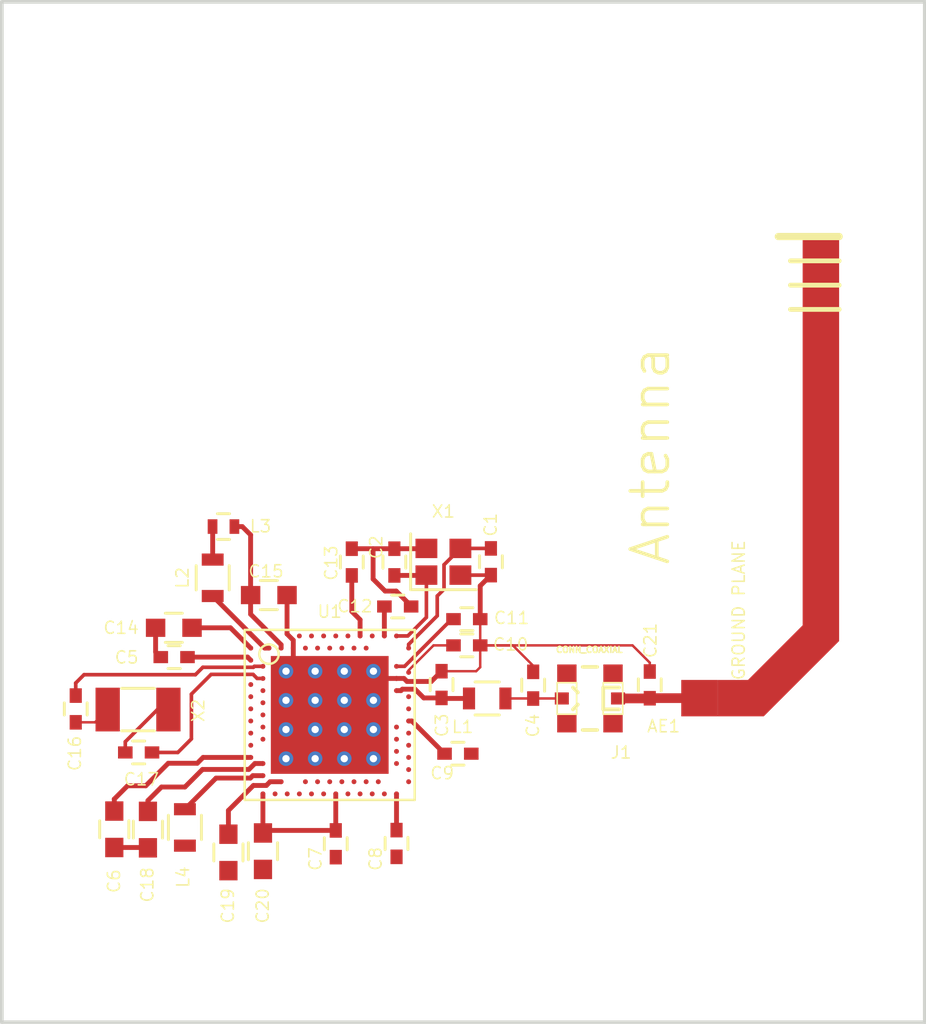
<source format=kicad_pcb>
(kicad_pcb (version 4) (host pcbnew 4.0.6)

  (general
    (links 77)
    (no_connects 13)
    (area 86.924999 67.924999 125.075001 110.075001)
    (thickness 1.6)
    (drawings 4)
    (tracks 153)
    (zones 0)
    (modules 30)
    (nets 23)
  )

  (page A4)
  (layers
    (0 F.Cu signal)
    (31 B.Cu signal)
    (32 B.Adhes user)
    (33 F.Adhes user)
    (34 B.Paste user)
    (35 F.Paste user)
    (36 B.SilkS user)
    (37 F.SilkS user)
    (38 B.Mask user)
    (39 F.Mask user)
    (40 Dwgs.User user)
    (41 Cmts.User user)
    (42 Eco1.User user)
    (43 Eco2.User user)
    (44 Edge.Cuts user)
    (45 Margin user)
    (46 B.CrtYd user)
    (47 F.CrtYd user)
    (48 B.Fab user)
    (49 F.Fab user)
  )

  (setup
    (last_trace_width 0.2)
    (user_trace_width 0.1)
    (user_trace_width 0.12)
    (user_trace_width 0.15)
    (user_trace_width 0.2)
    (user_trace_width 0.3)
    (user_trace_width 0.4)
    (user_trace_width 0.5)
    (user_trace_width 0.6)
    (trace_clearance 0.1)
    (zone_clearance 0.508)
    (zone_45_only no)
    (trace_min 0.1)
    (segment_width 0.2)
    (edge_width 0.15)
    (via_size 0.6)
    (via_drill 0.4)
    (via_min_size 0.4)
    (via_min_drill 0.3)
    (uvia_size 0.3)
    (uvia_drill 0.1)
    (uvias_allowed no)
    (uvia_min_size 0.2)
    (uvia_min_drill 0.1)
    (pcb_text_width 0.3)
    (pcb_text_size 1.5 1.5)
    (mod_edge_width 0.15)
    (mod_text_size 1 1)
    (mod_text_width 0.15)
    (pad_size 1.524 1.524)
    (pad_drill 0.762)
    (pad_to_mask_clearance 0.2)
    (aux_axis_origin 0 0)
    (visible_elements 7FFEF7FF)
    (pcbplotparams
      (layerselection 0x00030_80000001)
      (usegerberextensions false)
      (excludeedgelayer true)
      (linewidth 0.100000)
      (plotframeref false)
      (viasonmask false)
      (mode 1)
      (useauxorigin false)
      (hpglpennumber 1)
      (hpglpenspeed 20)
      (hpglpendiameter 15)
      (hpglpenoverlay 2)
      (psnegative false)
      (psa4output false)
      (plotreference true)
      (plotvalue true)
      (plotinvisibletext false)
      (padsonsilk false)
      (subtractmaskfromsilk false)
      (outputformat 1)
      (mirror false)
      (drillshape 1)
      (scaleselection 1)
      (outputdirectory ""))
  )

  (net 0 "")
  (net 1 "Net-(AE1-Pad1)")
  (net 2 GND)
  (net 3 "Net-(C1-Pad2)")
  (net 4 "Net-(C2-Pad2)")
  (net 5 "Net-(C3-Pad2)")
  (net 6 "Net-(C4-Pad2)")
  (net 7 "Net-(C5-Pad1)")
  (net 8 +3V3)
  (net 9 "Net-(C10-Pad2)")
  (net 10 "Net-(C11-Pad2)")
  (net 11 "Net-(C13-Pad1)")
  (net 12 "Net-(C15-Pad1)")
  (net 13 "Net-(C16-Pad1)")
  (net 14 "Net-(C16-Pad2)")
  (net 15 "Net-(C17-Pad1)")
  (net 16 "Net-(C17-Pad2)")
  (net 17 VDD)
  (net 18 "Net-(L2-Pad1)")
  (net 19 "Net-(L2-Pad2)")
  (net 20 "Net-(L4-Pad2)")
  (net 21 "Net-(C9-Pad1)")
  (net 22 "Net-(C19-Pad1)")

  (net_class Default "This is the default net class."
    (clearance 0.1)
    (trace_width 0.25)
    (via_dia 0.6)
    (via_drill 0.4)
    (uvia_dia 0.3)
    (uvia_drill 0.1)
    (add_net +3V3)
    (add_net GND)
    (add_net "Net-(AE1-Pad1)")
    (add_net "Net-(C1-Pad2)")
    (add_net "Net-(C10-Pad2)")
    (add_net "Net-(C11-Pad2)")
    (add_net "Net-(C13-Pad1)")
    (add_net "Net-(C15-Pad1)")
    (add_net "Net-(C16-Pad1)")
    (add_net "Net-(C16-Pad2)")
    (add_net "Net-(C17-Pad1)")
    (add_net "Net-(C17-Pad2)")
    (add_net "Net-(C19-Pad1)")
    (add_net "Net-(C2-Pad2)")
    (add_net "Net-(C3-Pad2)")
    (add_net "Net-(C4-Pad2)")
    (add_net "Net-(C5-Pad1)")
    (add_net "Net-(C9-Pad1)")
    (add_net "Net-(L2-Pad1)")
    (add_net "Net-(L2-Pad2)")
    (add_net "Net-(L4-Pad2)")
    (add_net VDD)
  )

  (module Nordic_misc:Nordic_misc-QWMP_BEND_LEFT_+0 (layer F.Cu) (tedit 5984B4FB) (tstamp 5983C868)
    (at 114.9731 96.6597)
    (path /59842D7E)
    (attr smd)
    (fp_text reference AE1 (at -0.7239 1.1557) (layer F.SilkS)
      (effects (font (size 0.5 0.5) (thickness 0.0625)))
    )
    (fp_text value Antenna (at -1.27 -9.9822 90) (layer F.SilkS)
      (effects (font (thickness 0.15)))
    )
    (fp_line (start 0 8.99922) (end 6.9977 8.99922) (layer Dwgs.User) (width 0.06604))
    (fp_line (start 6.9977 8.99922) (end 6.9977 -27.99842) (layer Dwgs.User) (width 0.06604))
    (fp_line (start 0 -27.99842) (end 6.9977 -27.99842) (layer Dwgs.User) (width 0.06604))
    (fp_line (start 0 8.99922) (end 0 -27.99842) (layer Dwgs.User) (width 0.06604))
    (fp_line (start 0 -27.99842) (end 0 -9.99998) (layer Dwgs.User) (width 0.19812))
    (fp_line (start 0 -9.99998) (end 0 5.99948) (layer Dwgs.User) (width 0.19812))
    (fp_line (start 0 5.99948) (end 0 8.99922) (layer Dwgs.User) (width 0.19812))
    (fp_line (start 0 5.99948) (end 1.99898 5.99948) (layer Dwgs.User) (width 0.19812))
    (fp_line (start 0 5.99948) (end 0.99822 6.9977) (layer Dwgs.User) (width 0.19812))
    (fp_line (start 0 5.99948) (end 0.99822 4.99872) (layer Dwgs.User) (width 0.19812))
    (fp_line (start 0 -9.99998) (end 1.99898 -9.99998) (layer Dwgs.User) (width 0.19812))
    (fp_line (start 0 -9.99998) (end 0.99822 -8.99922) (layer Dwgs.User) (width 0.19812))
    (fp_line (start 0 -9.99998) (end 0.99822 -10.9982) (layer Dwgs.User) (width 0.19812))
    (fp_line (start 6.49986 -18.9992) (end 3.99796 -18.9992) (layer F.SilkS) (width 0.29972))
    (fp_line (start 6.49986 -17.99844) (end 4.49834 -17.99844) (layer F.SilkS) (width 0.19812))
    (fp_line (start 6.49986 -16.99768) (end 4.49834 -16.99768) (layer F.SilkS) (width 0.19812))
    (fp_line (start 6.49986 -15.99946) (end 4.49834 -15.99946) (layer F.SilkS) (width 0.19812))
    (fp_poly (pts (xy 1.4986 -0.7493) (xy 2.74828 -0.7493) (xy 4.99872 -2.99974) (xy 4.99872 -18.9992)
      (xy 6.49986 -18.9992) (xy 6.49986 -2.3495) (xy 3.39852 0.7493) (xy 1.4986 0.7493)
      (xy 1.4986 -0.7493)) (layer F.Cu) (width 0))
    (fp_text user "GROUND PLANE" (at 2.36474 -3.6195 90) (layer F.SilkS)
      (effects (font (size 0.5 0.5) (thickness 0.0625)))
    )
    (pad 1 smd rect (at 0.7493 0) (size 1.4986 1.4986) (layers F.Cu F.Paste F.Mask)
      (net 1 "Net-(AE1-Pad1)"))
  )

  (module Nordic_nRF:Crystal_SMD_2016-4pin_2.0x1.6mm (layer F.Cu) (tedit 5984AA5D) (tstamp 5983C96E)
    (at 105.1814 91.0463)
    (descr "SMD Crystal SERIES SMD2016/4 http://www.q-crystal.com/upload/5/2015552223166229.pdf, 2.0x1.6mm^2 package")
    (tags "SMD SMT crystal")
    (path /5984383F)
    (attr smd)
    (fp_text reference X1 (at 0 -2.0701) (layer F.SilkS)
      (effects (font (size 0.5 0.5) (thickness 0.0625)))
    )
    (fp_text value XTAL_32MHZ (at 0.0127 -1.5621) (layer F.Fab)
      (effects (font (size 0.25 0.25) (thickness 0.0625)))
    )
    (fp_text user %R (at 0 0) (layer F.Fab)
      (effects (font (size 0.5 0.5) (thickness 0.075)))
    )
    (fp_line (start -0.9 -0.8) (end 0.9 -0.8) (layer F.Fab) (width 0.1))
    (fp_line (start 0.9 -0.8) (end 1 -0.7) (layer F.Fab) (width 0.1))
    (fp_line (start 1 -0.7) (end 1 0.7) (layer F.Fab) (width 0.1))
    (fp_line (start 1 0.7) (end 0.9 0.8) (layer F.Fab) (width 0.1))
    (fp_line (start 0.9 0.8) (end -0.9 0.8) (layer F.Fab) (width 0.1))
    (fp_line (start -0.9 0.8) (end -1 0.7) (layer F.Fab) (width 0.1))
    (fp_line (start -1 0.7) (end -1 -0.7) (layer F.Fab) (width 0.1))
    (fp_line (start -1 -0.7) (end -0.9 -0.8) (layer F.Fab) (width 0.1))
    (fp_line (start -1 0.3) (end -0.5 0.8) (layer F.Fab) (width 0.1))
    (fp_line (start -1.35 -1.15) (end -1.35 1.15) (layer F.SilkS) (width 0.12))
    (fp_line (start -1.35 1.15) (end 1.35 1.15) (layer F.SilkS) (width 0.12))
    (fp_line (start -1.4 -1.3) (end -1.4 1.3) (layer F.CrtYd) (width 0.05))
    (fp_line (start -1.4 1.3) (end 1.4 1.3) (layer F.CrtYd) (width 0.05))
    (fp_line (start 1.4 1.3) (end 1.4 -1.3) (layer F.CrtYd) (width 0.05))
    (fp_line (start 1.4 -1.3) (end -1.4 -1.3) (layer F.CrtYd) (width 0.05))
    (pad 1 smd rect (at -0.7 0.55) (size 0.9 0.8) (layers F.Cu F.Paste F.Mask)
      (net 4 "Net-(C2-Pad2)"))
    (pad 2 smd rect (at 0.7 0.55) (size 0.9 0.8) (layers F.Cu F.Paste F.Mask)
      (net 2 GND))
    (pad 3 smd rect (at 0.7 -0.55) (size 0.9 0.8) (layers F.Cu F.Paste F.Mask)
      (net 3 "Net-(C1-Pad2)"))
    (pad 4 smd rect (at -0.7 -0.55) (size 0.9 0.8) (layers F.Cu F.Paste F.Mask)
      (net 2 GND))
    (model ${NORDIC3DMOD}/Crystals.3dshapes/Crystal_SMD_2016-4pin_2.0x1.6mm.wrl
      (at (xyz 0.02 0.02 0))
      (scale (xyz 1 1 1))
      (rotate (xyz 0 0 -90))
    )
  )

  (module Nordic_nRF:Crystal_SMD_3215-2pin_3.2x1.5mm (layer F.Cu) (tedit 5984AA05) (tstamp 5983C974)
    (at 92.6084 97.1296 180)
    (descr "SMD Crystal FC-135 https://support.epson.biz/td/api/doc_check.php?dl=brief_FC-135R_en.pdf")
    (tags "SMD SMT Crystal")
    (path /59844034)
    (attr smd)
    (fp_text reference X2 (at -2.4765 -0.0381 270) (layer F.SilkS)
      (effects (font (size 0.5 0.5) (thickness 0.0625)))
    )
    (fp_text value XTAL_32KHZ (at -3.0607 0 270) (layer F.Fab)
      (effects (font (size 0.25 0.25) (thickness 0.0625)))
    )
    (fp_text user %R (at 0 -0.05 180) (layer F.Fab)
      (effects (font (size 0.25 0.25) (thickness 0.0625)))
    )
    (fp_line (start -2 -1.15) (end 2 -1.15) (layer F.CrtYd) (width 0.05))
    (fp_line (start -1.6 -0.75) (end -1.6 0.75) (layer F.Fab) (width 0.1))
    (fp_line (start -0.675 0.875) (end 0.675 0.875) (layer F.SilkS) (width 0.12))
    (fp_line (start -0.675 -0.875) (end 0.675 -0.875) (layer F.SilkS) (width 0.12))
    (fp_line (start 1.6 -0.75) (end 1.6 0.75) (layer F.Fab) (width 0.1))
    (fp_line (start -1.6 -0.75) (end 1.6 -0.75) (layer F.Fab) (width 0.1))
    (fp_line (start -1.6 0.75) (end 1.6 0.75) (layer F.Fab) (width 0.1))
    (fp_line (start -2 1.15) (end 2 1.15) (layer F.CrtYd) (width 0.05))
    (fp_line (start -2 -1.15) (end -2 1.15) (layer F.CrtYd) (width 0.05))
    (fp_line (start 2 -1.15) (end 2 1.15) (layer F.CrtYd) (width 0.05))
    (pad 1 smd rect (at 1.25 0 180) (size 1 1.8) (layers F.Cu F.Paste F.Mask)
      (net 14 "Net-(C16-Pad2)"))
    (pad 2 smd rect (at -1.25 0 180) (size 1 1.8) (layers F.Cu F.Paste F.Mask)
      (net 16 "Net-(C17-Pad2)"))
    (model ${NORDIC3DMOD}/Crystals.3dshapes/Crystal_SMD_3215-2pin_3.2x1.5mm.wrl
      (at (xyz -0.005 -0.02 0))
      (scale (xyz 1 1 1))
      (rotate (xyz 0 0 90))
    )
  )

  (module Nordic_misc:L_0402 (layer F.Cu) (tedit 5984A58C) (tstamp 5983C902)
    (at 96.1263 89.5985 180)
    (descr "Resistor SMD 0402, reflow soldering, Vishay (see dcrcw.pdf)")
    (tags "resistor 0402")
    (path /5983C1A6)
    (attr smd)
    (fp_text reference L3 (at -1.524 0.0127 180) (layer F.SilkS)
      (effects (font (size 0.5 0.5) (thickness 0.0625)))
    )
    (fp_text value 15nH (at 0.0056 1.1108 180) (layer F.Fab)
      (effects (font (size 0.5 0.5) (thickness 0.0625)))
    )
    (fp_line (start -0.5 0.25) (end -0.5 -0.25) (layer F.Fab) (width 0.1))
    (fp_line (start 0.5 0.25) (end -0.5 0.25) (layer F.Fab) (width 0.1))
    (fp_line (start 0.5 -0.25) (end 0.5 0.25) (layer F.Fab) (width 0.1))
    (fp_line (start -0.5 -0.25) (end 0.5 -0.25) (layer F.Fab) (width 0.1))
    (fp_line (start -0.95 -0.65) (end 0.95 -0.65) (layer F.CrtYd) (width 0.05))
    (fp_line (start -0.95 0.65) (end 0.95 0.65) (layer F.CrtYd) (width 0.05))
    (fp_line (start -0.95 -0.65) (end -0.95 0.65) (layer F.CrtYd) (width 0.05))
    (fp_line (start 0.95 -0.65) (end 0.95 0.65) (layer F.CrtYd) (width 0.05))
    (fp_line (start 0.25 -0.53) (end -0.25 -0.53) (layer F.SilkS) (width 0.12))
    (fp_line (start -0.25 0.53) (end 0.25 0.53) (layer F.SilkS) (width 0.12))
    (pad 1 smd rect (at -0.45 0 180) (size 0.4 0.6) (layers F.Cu F.Paste F.Mask)
      (net 12 "Net-(C15-Pad1)"))
    (pad 2 smd rect (at 0.45 0 180) (size 0.4 0.6) (layers F.Cu F.Paste F.Mask)
      (net 18 "Net-(L2-Pad1)"))
    (model ${NORDIC3DMOD}/Inductors_SMD.3dshapes/L_0402.wrl
      (at (xyz 0 0 0))
      (scale (xyz 1 1 1))
      (rotate (xyz 0 0 0))
    )
  )

  (module Nordic_misc:Nordic_misc-MM8130-2600 (layer F.Cu) (tedit 5984A980) (tstamp 5983C8F0)
    (at 111.2139 96.6724 90)
    (descr "MURARA MM8130-2600RA2")
    (tags "MURARA MM8130-2600RA2")
    (path /5983C64B)
    (attr smd)
    (fp_text reference J1 (at -2.2225 1.2827 180) (layer F.SilkS)
      (effects (font (size 0.5 0.5) (thickness 0.0625)))
    )
    (fp_text value CONN_COAXIAL (at 2.0066 -0.0254 180) (layer F.SilkS)
      (effects (font (size 0.25 0.25) (thickness 0.0625)))
    )
    (fp_line (start -0.6477 1.34874) (end 0.6477 1.34874) (layer F.SilkS) (width 0.06604))
    (fp_line (start 0.6477 1.34874) (end 0.6477 0.54864) (layer F.SilkS) (width 0.06604))
    (fp_line (start -0.6477 0.54864) (end 0.6477 0.54864) (layer F.SilkS) (width 0.06604))
    (fp_line (start -0.6477 1.34874) (end -0.6477 0.54864) (layer F.SilkS) (width 0.06604))
    (fp_line (start -0.6477 -0.54864) (end 0.6477 -0.54864) (layer F.SilkS) (width 0.06604))
    (fp_line (start 0.6477 -0.54864) (end 0.6477 -1.34874) (layer F.SilkS) (width 0.06604))
    (fp_line (start -0.6477 -1.34874) (end 0.6477 -1.34874) (layer F.SilkS) (width 0.06604))
    (fp_line (start -0.6477 -0.54864) (end -0.6477 -1.34874) (layer F.SilkS) (width 0.06604))
    (fp_line (start -0.44958 1.19888) (end -0.44958 0.54864) (layer F.SilkS) (width 0.14986))
    (fp_line (start -0.44958 0.54864) (end 0.44958 0.54864) (layer F.SilkS) (width 0.14986))
    (fp_line (start 0.44958 0.54864) (end 0.44958 1.19888) (layer F.SilkS) (width 0.14986))
    (fp_line (start -1.29794 0.29972) (end -1.29794 -0.29972) (layer F.SilkS) (width 0.14986))
    (fp_line (start 1.29794 0.29972) (end 1.29794 -0.29972) (layer F.SilkS) (width 0.14986))
    (fp_line (start -0.44958 -0.6985) (end -0.24892 -0.49784) (layer F.SilkS) (width 0.14986))
    (fp_line (start 0.44958 -0.6985) (end 0.24892 -0.49784) (layer F.SilkS) (width 0.14986))
    (fp_line (start 1.64846 1.69926) (end 1.64846 -1.69926) (layer Dwgs.User) (width 0.14986))
    (fp_line (start 1.64846 -1.69926) (end -1.64846 -1.69926) (layer Dwgs.User) (width 0.14986))
    (fp_line (start -1.64846 -1.69926) (end -1.64846 1.69926) (layer Dwgs.User) (width 0.14986))
    (fp_line (start -1.64846 1.69926) (end 1.64846 1.69926) (layer Dwgs.User) (width 0.14986))
    (fp_line (start -1.24968 -1.24968) (end 1.24968 -1.24968) (layer Dwgs.User) (width 0.14986))
    (fp_line (start 1.24968 -1.24968) (end 1.24968 1.24968) (layer Dwgs.User) (width 0.14986))
    (fp_line (start 1.24968 1.24968) (end -1.24968 1.24968) (layer Dwgs.User) (width 0.14986))
    (fp_line (start -1.24968 1.24968) (end -1.24968 -1.24968) (layer Dwgs.User) (width 0.14986))
    (pad 0 smd rect (at -1.02362 -0.94996 90) (size 0.7493 0.79756) (layers F.Cu F.Paste F.Mask))
    (pad 0 smd rect (at 1.02362 -0.94996 90) (size 0.7493 0.79756) (layers F.Cu F.Paste F.Mask))
    (pad 0 smd rect (at -1.02362 0.94996 90) (size 0.7493 0.79756) (layers F.Cu F.Paste F.Mask))
    (pad 0 smd rect (at 1.02362 0.94996 90) (size 0.7493 0.79756) (layers F.Cu F.Paste F.Mask))
    (pad 1 smd rect (at 0 -1.15824 90) (size 0.49784 0.57912) (layers F.Cu F.Paste F.Mask)
      (net 6 "Net-(C4-Pad2)"))
    (pad 2 smd rect (at 0 1.15824 90) (size 0.49784 0.57912) (layers F.Cu F.Paste F.Mask)
      (net 1 "Net-(AE1-Pad1)"))
  )

  (module Nordic_misc:C_0402 (layer F.Cu) (tedit 5984AA97) (tstamp 5983CD09)
    (at 113.6777 96.1136 270)
    (descr "Capacitor SMD 0402, reflow soldering, AVX (see smccp.pdf)")
    (tags "capacitor 0402")
    (path /5983C5E1)
    (attr smd)
    (fp_text reference C21 (at -1.8288 -0.0254 270) (layer F.SilkS)
      (effects (font (size 0.5 0.5) (thickness 0.0625)))
    )
    (fp_text value 1.2pF (at -3.8354 0.0635 270) (layer F.Fab)
      (effects (font (size 0.5 0.5) (thickness 0.0625)))
    )
    (fp_line (start -0.5 0.25) (end -0.5 -0.25) (layer F.Fab) (width 0.1))
    (fp_line (start 0.5 0.25) (end -0.5 0.25) (layer F.Fab) (width 0.1))
    (fp_line (start 0.5 -0.25) (end 0.5 0.25) (layer F.Fab) (width 0.1))
    (fp_line (start -0.5 -0.25) (end 0.5 -0.25) (layer F.Fab) (width 0.1))
    (fp_line (start 0.25 -0.47) (end -0.25 -0.47) (layer F.SilkS) (width 0.12))
    (fp_line (start -0.25 0.47) (end 0.25 0.47) (layer F.SilkS) (width 0.12))
    (fp_line (start -1 -0.4) (end 1 -0.4) (layer F.CrtYd) (width 0.05))
    (fp_line (start -1 -0.4) (end -1 0.4) (layer F.CrtYd) (width 0.05))
    (fp_line (start 1 0.4) (end 1 -0.4) (layer F.CrtYd) (width 0.05))
    (fp_line (start 1 0.4) (end -1 0.4) (layer F.CrtYd) (width 0.05))
    (pad 1 smd rect (at -0.55 0 270) (size 0.6 0.5) (layers F.Cu F.Paste F.Mask)
      (net 2 GND))
    (pad 2 smd rect (at 0.55 0 270) (size 0.6 0.5) (layers F.Cu F.Paste F.Mask)
      (net 1 "Net-(AE1-Pad1)"))
    (model ${NORDIC3DMOD}/Capacitors_SMD.3dshapes/C_0402.wrl
      (at (xyz 0 0 0))
      (scale (xyz 1 1 1))
      (rotate (xyz 0 0 0))
    )
  )

  (module Nordic_misc:C_0402 (layer F.Cu) (tedit 5984AC3D) (tstamp 5983CCF5)
    (at 92.6338 98.8949 180)
    (descr "Capacitor SMD 0402, reflow soldering, AVX (see smccp.pdf)")
    (tags "capacitor 0402")
    (path /5983C00B)
    (attr smd)
    (fp_text reference C17 (at -0.1143 -1.1049 180) (layer F.SilkS)
      (effects (font (size 0.5 0.5) (thickness 0.0625)))
    )
    (fp_text value 12pF (at 1.9939 -0.0635 180) (layer F.Fab)
      (effects (font (size 0.5 0.5) (thickness 0.0625)))
    )
    (fp_line (start -0.5 0.25) (end -0.5 -0.25) (layer F.Fab) (width 0.1))
    (fp_line (start 0.5 0.25) (end -0.5 0.25) (layer F.Fab) (width 0.1))
    (fp_line (start 0.5 -0.25) (end 0.5 0.25) (layer F.Fab) (width 0.1))
    (fp_line (start -0.5 -0.25) (end 0.5 -0.25) (layer F.Fab) (width 0.1))
    (fp_line (start 0.25 -0.47) (end -0.25 -0.47) (layer F.SilkS) (width 0.12))
    (fp_line (start -0.25 0.47) (end 0.25 0.47) (layer F.SilkS) (width 0.12))
    (fp_line (start -1 -0.4) (end 1 -0.4) (layer F.CrtYd) (width 0.05))
    (fp_line (start -1 -0.4) (end -1 0.4) (layer F.CrtYd) (width 0.05))
    (fp_line (start 1 0.4) (end 1 -0.4) (layer F.CrtYd) (width 0.05))
    (fp_line (start 1 0.4) (end -1 0.4) (layer F.CrtYd) (width 0.05))
    (pad 1 smd rect (at -0.55 0 180) (size 0.6 0.5) (layers F.Cu F.Paste F.Mask)
      (net 15 "Net-(C17-Pad1)"))
    (pad 2 smd rect (at 0.55 0 180) (size 0.6 0.5) (layers F.Cu F.Paste F.Mask)
      (net 16 "Net-(C17-Pad2)"))
    (model ${NORDIC3DMOD}/Capacitors_SMD.3dshapes/C_0402.wrl
      (at (xyz 0 0 0))
      (scale (xyz 1 1 1))
      (rotate (xyz 0 0 0))
    )
  )

  (module Nordic_misc:C_0402 (layer F.Cu) (tedit 5984AC46) (tstamp 5983CCF0)
    (at 90.043 97.1042 270)
    (descr "Capacitor SMD 0402, reflow soldering, AVX (see smccp.pdf)")
    (tags "capacitor 0402")
    (path /5983BFB6)
    (attr smd)
    (fp_text reference C16 (at 1.8288 0.0381 270) (layer F.SilkS)
      (effects (font (size 0.5 0.5) (thickness 0.0625)))
    )
    (fp_text value 12pF (at 0.0127 -0.9906 270) (layer F.Fab)
      (effects (font (size 0.5 0.5) (thickness 0.0625)))
    )
    (fp_line (start -0.5 0.25) (end -0.5 -0.25) (layer F.Fab) (width 0.1))
    (fp_line (start 0.5 0.25) (end -0.5 0.25) (layer F.Fab) (width 0.1))
    (fp_line (start 0.5 -0.25) (end 0.5 0.25) (layer F.Fab) (width 0.1))
    (fp_line (start -0.5 -0.25) (end 0.5 -0.25) (layer F.Fab) (width 0.1))
    (fp_line (start 0.25 -0.47) (end -0.25 -0.47) (layer F.SilkS) (width 0.12))
    (fp_line (start -0.25 0.47) (end 0.25 0.47) (layer F.SilkS) (width 0.12))
    (fp_line (start -1 -0.4) (end 1 -0.4) (layer F.CrtYd) (width 0.05))
    (fp_line (start -1 -0.4) (end -1 0.4) (layer F.CrtYd) (width 0.05))
    (fp_line (start 1 0.4) (end 1 -0.4) (layer F.CrtYd) (width 0.05))
    (fp_line (start 1 0.4) (end -1 0.4) (layer F.CrtYd) (width 0.05))
    (pad 1 smd rect (at -0.55 0 270) (size 0.6 0.5) (layers F.Cu F.Paste F.Mask)
      (net 13 "Net-(C16-Pad1)"))
    (pad 2 smd rect (at 0.55 0 270) (size 0.6 0.5) (layers F.Cu F.Paste F.Mask)
      (net 14 "Net-(C16-Pad2)"))
    (model ${NORDIC3DMOD}/Capacitors_SMD.3dshapes/C_0402.wrl
      (at (xyz 0 0 0))
      (scale (xyz 1 1 1))
      (rotate (xyz 0 0 0))
    )
  )

  (module Nordic_misc:C_0402 (layer F.Cu) (tedit 5984A9DD) (tstamp 5983CCE1)
    (at 101.4095 91.059 90)
    (descr "Capacitor SMD 0402, reflow soldering, AVX (see smccp.pdf)")
    (tags "capacitor 0402")
    (path /5983CD95)
    (attr smd)
    (fp_text reference C13 (at -0.0381 -0.8509 90) (layer F.SilkS)
      (effects (font (size 0.5 0.5) (thickness 0.0625)))
    )
    (fp_text value N.C (at 1.7653 1.5367 90) (layer F.Fab)
      (effects (font (size 0.5 0.5) (thickness 0.0625)))
    )
    (fp_line (start -0.5 0.25) (end -0.5 -0.25) (layer F.Fab) (width 0.1))
    (fp_line (start 0.5 0.25) (end -0.5 0.25) (layer F.Fab) (width 0.1))
    (fp_line (start 0.5 -0.25) (end 0.5 0.25) (layer F.Fab) (width 0.1))
    (fp_line (start -0.5 -0.25) (end 0.5 -0.25) (layer F.Fab) (width 0.1))
    (fp_line (start 0.25 -0.47) (end -0.25 -0.47) (layer F.SilkS) (width 0.12))
    (fp_line (start -0.25 0.47) (end 0.25 0.47) (layer F.SilkS) (width 0.12))
    (fp_line (start -1 -0.4) (end 1 -0.4) (layer F.CrtYd) (width 0.05))
    (fp_line (start -1 -0.4) (end -1 0.4) (layer F.CrtYd) (width 0.05))
    (fp_line (start 1 0.4) (end 1 -0.4) (layer F.CrtYd) (width 0.05))
    (fp_line (start 1 0.4) (end -1 0.4) (layer F.CrtYd) (width 0.05))
    (pad 1 smd rect (at -0.55 0 90) (size 0.6 0.5) (layers F.Cu F.Paste F.Mask)
      (net 11 "Net-(C13-Pad1)"))
    (pad 2 smd rect (at 0.55 0 90) (size 0.6 0.5) (layers F.Cu F.Paste F.Mask)
      (net 2 GND))
    (model ${NORDIC3DMOD}/Capacitors_SMD.3dshapes/C_0402.wrl
      (at (xyz 0 0 0))
      (scale (xyz 1 1 1))
      (rotate (xyz 0 0 0))
    )
  )

  (module Nordic_misc:C_0402 (layer F.Cu) (tedit 5984AA8A) (tstamp 5983CCDC)
    (at 103.3018 92.8878)
    (descr "Capacitor SMD 0402, reflow soldering, AVX (see smccp.pdf)")
    (tags "capacitor 0402")
    (path /5983CE11)
    (attr smd)
    (fp_text reference C12 (at -1.7653 -0.0127) (layer F.SilkS)
      (effects (font (size 0.5 0.5) (thickness 0.0625)))
    )
    (fp_text value 100nF (at 6.5532 0.4699) (layer F.Fab)
      (effects (font (size 0.5 0.5) (thickness 0.0625)))
    )
    (fp_line (start -0.5 0.25) (end -0.5 -0.25) (layer F.Fab) (width 0.1))
    (fp_line (start 0.5 0.25) (end -0.5 0.25) (layer F.Fab) (width 0.1))
    (fp_line (start 0.5 -0.25) (end 0.5 0.25) (layer F.Fab) (width 0.1))
    (fp_line (start -0.5 -0.25) (end 0.5 -0.25) (layer F.Fab) (width 0.1))
    (fp_line (start 0.25 -0.47) (end -0.25 -0.47) (layer F.SilkS) (width 0.12))
    (fp_line (start -0.25 0.47) (end 0.25 0.47) (layer F.SilkS) (width 0.12))
    (fp_line (start -1 -0.4) (end 1 -0.4) (layer F.CrtYd) (width 0.05))
    (fp_line (start -1 -0.4) (end -1 0.4) (layer F.CrtYd) (width 0.05))
    (fp_line (start 1 0.4) (end 1 -0.4) (layer F.CrtYd) (width 0.05))
    (fp_line (start 1 0.4) (end -1 0.4) (layer F.CrtYd) (width 0.05))
    (pad 1 smd rect (at -0.55 0) (size 0.6 0.5) (layers F.Cu F.Paste F.Mask)
      (net 8 +3V3))
    (pad 2 smd rect (at 0.55 0) (size 0.6 0.5) (layers F.Cu F.Paste F.Mask)
      (net 2 GND))
    (model ${NORDIC3DMOD}/Capacitors_SMD.3dshapes/C_0402.wrl
      (at (xyz 0 0 0))
      (scale (xyz 1 1 1))
      (rotate (xyz 0 0 0))
    )
  )

  (module Nordic_misc:C_0402 (layer F.Cu) (tedit 5984AA87) (tstamp 5983CCD7)
    (at 106.1466 93.4085 180)
    (descr "Capacitor SMD 0402, reflow soldering, AVX (see smccp.pdf)")
    (tags "capacitor 0402")
    (path /5983C453)
    (attr smd)
    (fp_text reference C11 (at -1.8415 0.0508 180) (layer F.SilkS)
      (effects (font (size 0.5 0.5) (thickness 0.0625)))
    )
    (fp_text value 100pF (at 0.6604 0.6223 180) (layer F.Fab)
      (effects (font (size 0.5 0.5) (thickness 0.0625)))
    )
    (fp_line (start -0.5 0.25) (end -0.5 -0.25) (layer F.Fab) (width 0.1))
    (fp_line (start 0.5 0.25) (end -0.5 0.25) (layer F.Fab) (width 0.1))
    (fp_line (start 0.5 -0.25) (end 0.5 0.25) (layer F.Fab) (width 0.1))
    (fp_line (start -0.5 -0.25) (end 0.5 -0.25) (layer F.Fab) (width 0.1))
    (fp_line (start 0.25 -0.47) (end -0.25 -0.47) (layer F.SilkS) (width 0.12))
    (fp_line (start -0.25 0.47) (end 0.25 0.47) (layer F.SilkS) (width 0.12))
    (fp_line (start -1 -0.4) (end 1 -0.4) (layer F.CrtYd) (width 0.05))
    (fp_line (start -1 -0.4) (end -1 0.4) (layer F.CrtYd) (width 0.05))
    (fp_line (start 1 0.4) (end 1 -0.4) (layer F.CrtYd) (width 0.05))
    (fp_line (start 1 0.4) (end -1 0.4) (layer F.CrtYd) (width 0.05))
    (pad 1 smd rect (at -0.55 0 180) (size 0.6 0.5) (layers F.Cu F.Paste F.Mask)
      (net 2 GND))
    (pad 2 smd rect (at 0.55 0 180) (size 0.6 0.5) (layers F.Cu F.Paste F.Mask)
      (net 10 "Net-(C11-Pad2)"))
    (model ${NORDIC3DMOD}/Capacitors_SMD.3dshapes/C_0402.wrl
      (at (xyz 0 0 0))
      (scale (xyz 1 1 1))
      (rotate (xyz 0 0 0))
    )
  )

  (module Nordic_misc:C_0402 (layer F.Cu) (tedit 5984AA8E) (tstamp 5983CCD2)
    (at 106.1466 94.488 180)
    (descr "Capacitor SMD 0402, reflow soldering, AVX (see smccp.pdf)")
    (tags "capacitor 0402")
    (path /5983C494)
    (attr smd)
    (fp_text reference C10 (at -1.8034 0.0381 180) (layer F.SilkS)
      (effects (font (size 0.5 0.5) (thickness 0.0625)))
    )
    (fp_text value N.C (at -3.1242 0.0508 180) (layer F.Fab)
      (effects (font (size 0.5 0.5) (thickness 0.0625)))
    )
    (fp_line (start -0.5 0.25) (end -0.5 -0.25) (layer F.Fab) (width 0.1))
    (fp_line (start 0.5 0.25) (end -0.5 0.25) (layer F.Fab) (width 0.1))
    (fp_line (start 0.5 -0.25) (end 0.5 0.25) (layer F.Fab) (width 0.1))
    (fp_line (start -0.5 -0.25) (end 0.5 -0.25) (layer F.Fab) (width 0.1))
    (fp_line (start 0.25 -0.47) (end -0.25 -0.47) (layer F.SilkS) (width 0.12))
    (fp_line (start -0.25 0.47) (end 0.25 0.47) (layer F.SilkS) (width 0.12))
    (fp_line (start -1 -0.4) (end 1 -0.4) (layer F.CrtYd) (width 0.05))
    (fp_line (start -1 -0.4) (end -1 0.4) (layer F.CrtYd) (width 0.05))
    (fp_line (start 1 0.4) (end 1 -0.4) (layer F.CrtYd) (width 0.05))
    (fp_line (start 1 0.4) (end -1 0.4) (layer F.CrtYd) (width 0.05))
    (pad 1 smd rect (at -0.55 0 180) (size 0.6 0.5) (layers F.Cu F.Paste F.Mask)
      (net 2 GND))
    (pad 2 smd rect (at 0.55 0 180) (size 0.6 0.5) (layers F.Cu F.Paste F.Mask)
      (net 9 "Net-(C10-Pad2)"))
    (model ${NORDIC3DMOD}/Capacitors_SMD.3dshapes/C_0402.wrl
      (at (xyz 0 0 0))
      (scale (xyz 1 1 1))
      (rotate (xyz 0 0 0))
    )
  )

  (module Nordic_misc:C_0402 (layer F.Cu) (tedit 5984B45C) (tstamp 5983CCCD)
    (at 105.7783 98.9457)
    (descr "Capacitor SMD 0402, reflow soldering, AVX (see smccp.pdf)")
    (tags "capacitor 0402")
    (path /5983C6E2)
    (attr smd)
    (fp_text reference C9 (at -0.6477 0.8001) (layer F.SilkS)
      (effects (font (size 0.5 0.5) (thickness 0.0625)))
    )
    (fp_text value N.C (at 1.7907 0.0762) (layer F.Fab)
      (effects (font (size 0.5 0.5) (thickness 0.0625)))
    )
    (fp_line (start -0.5 0.25) (end -0.5 -0.25) (layer F.Fab) (width 0.1))
    (fp_line (start 0.5 0.25) (end -0.5 0.25) (layer F.Fab) (width 0.1))
    (fp_line (start 0.5 -0.25) (end 0.5 0.25) (layer F.Fab) (width 0.1))
    (fp_line (start -0.5 -0.25) (end 0.5 -0.25) (layer F.Fab) (width 0.1))
    (fp_line (start 0.25 -0.47) (end -0.25 -0.47) (layer F.SilkS) (width 0.12))
    (fp_line (start -0.25 0.47) (end 0.25 0.47) (layer F.SilkS) (width 0.12))
    (fp_line (start -1 -0.4) (end 1 -0.4) (layer F.CrtYd) (width 0.05))
    (fp_line (start -1 -0.4) (end -1 0.4) (layer F.CrtYd) (width 0.05))
    (fp_line (start 1 0.4) (end 1 -0.4) (layer F.CrtYd) (width 0.05))
    (fp_line (start 1 0.4) (end -1 0.4) (layer F.CrtYd) (width 0.05))
    (pad 1 smd rect (at -0.55 0) (size 0.6 0.5) (layers F.Cu F.Paste F.Mask)
      (net 21 "Net-(C9-Pad1)"))
    (pad 2 smd rect (at 0.55 0) (size 0.6 0.5) (layers F.Cu F.Paste F.Mask)
      (net 2 GND))
    (model ${NORDIC3DMOD}/Capacitors_SMD.3dshapes/C_0402.wrl
      (at (xyz 0 0 0))
      (scale (xyz 1 1 1))
      (rotate (xyz 0 0 0))
    )
  )

  (module Nordic_misc:C_0402 (layer F.Cu) (tedit 5984A994) (tstamp 5983CCC8)
    (at 103.251 102.6414 270)
    (descr "Capacitor SMD 0402, reflow soldering, AVX (see smccp.pdf)")
    (tags "capacitor 0402")
    (path /5983C75D)
    (attr smd)
    (fp_text reference C8 (at 0.635 0.8636 270) (layer F.SilkS)
      (effects (font (size 0.5 0.5) (thickness 0.0625)))
    )
    (fp_text value 100nF (at 0.0254 -0.9525 270) (layer F.Fab)
      (effects (font (size 0.5 0.5) (thickness 0.0625)))
    )
    (fp_line (start -0.5 0.25) (end -0.5 -0.25) (layer F.Fab) (width 0.1))
    (fp_line (start 0.5 0.25) (end -0.5 0.25) (layer F.Fab) (width 0.1))
    (fp_line (start 0.5 -0.25) (end 0.5 0.25) (layer F.Fab) (width 0.1))
    (fp_line (start -0.5 -0.25) (end 0.5 -0.25) (layer F.Fab) (width 0.1))
    (fp_line (start 0.25 -0.47) (end -0.25 -0.47) (layer F.SilkS) (width 0.12))
    (fp_line (start -0.25 0.47) (end 0.25 0.47) (layer F.SilkS) (width 0.12))
    (fp_line (start -1 -0.4) (end 1 -0.4) (layer F.CrtYd) (width 0.05))
    (fp_line (start -1 -0.4) (end -1 0.4) (layer F.CrtYd) (width 0.05))
    (fp_line (start 1 0.4) (end 1 -0.4) (layer F.CrtYd) (width 0.05))
    (fp_line (start 1 0.4) (end -1 0.4) (layer F.CrtYd) (width 0.05))
    (pad 1 smd rect (at -0.55 0 270) (size 0.6 0.5) (layers F.Cu F.Paste F.Mask)
      (net 8 +3V3))
    (pad 2 smd rect (at 0.55 0 270) (size 0.6 0.5) (layers F.Cu F.Paste F.Mask)
      (net 2 GND))
    (model ${NORDIC3DMOD}/Capacitors_SMD.3dshapes/C_0402.wrl
      (at (xyz 0 0 0))
      (scale (xyz 1 1 1))
      (rotate (xyz 0 0 0))
    )
  )

  (module Nordic_misc:C_0402 (layer F.Cu) (tedit 5984A997) (tstamp 5983CCC3)
    (at 100.7491 102.6541 270)
    (descr "Capacitor SMD 0402, reflow soldering, AVX (see smccp.pdf)")
    (tags "capacitor 0402")
    (path /5983C889)
    (attr smd)
    (fp_text reference C7 (at 0.6223 0.8382 270) (layer F.SilkS)
      (effects (font (size 0.5 0.5) (thickness 0.0625)))
    )
    (fp_text value 100nF (at 0 -0.889 270) (layer F.Fab)
      (effects (font (size 0.5 0.5) (thickness 0.0625)))
    )
    (fp_line (start -0.5 0.25) (end -0.5 -0.25) (layer F.Fab) (width 0.1))
    (fp_line (start 0.5 0.25) (end -0.5 0.25) (layer F.Fab) (width 0.1))
    (fp_line (start 0.5 -0.25) (end 0.5 0.25) (layer F.Fab) (width 0.1))
    (fp_line (start -0.5 -0.25) (end 0.5 -0.25) (layer F.Fab) (width 0.1))
    (fp_line (start 0.25 -0.47) (end -0.25 -0.47) (layer F.SilkS) (width 0.12))
    (fp_line (start -0.25 0.47) (end 0.25 0.47) (layer F.SilkS) (width 0.12))
    (fp_line (start -1 -0.4) (end 1 -0.4) (layer F.CrtYd) (width 0.05))
    (fp_line (start -1 -0.4) (end -1 0.4) (layer F.CrtYd) (width 0.05))
    (fp_line (start 1 0.4) (end 1 -0.4) (layer F.CrtYd) (width 0.05))
    (fp_line (start 1 0.4) (end -1 0.4) (layer F.CrtYd) (width 0.05))
    (pad 1 smd rect (at -0.55 0 270) (size 0.6 0.5) (layers F.Cu F.Paste F.Mask)
      (net 8 +3V3))
    (pad 2 smd rect (at 0.55 0 270) (size 0.6 0.5) (layers F.Cu F.Paste F.Mask)
      (net 2 GND))
    (model ${NORDIC3DMOD}/Capacitors_SMD.3dshapes/C_0402.wrl
      (at (xyz 0 0 0))
      (scale (xyz 1 1 1))
      (rotate (xyz 0 0 0))
    )
  )

  (module Nordic_misc:C_0402 (layer F.Cu) (tedit 5984AA14) (tstamp 5983CCB9)
    (at 94.0943 94.9706 180)
    (descr "Capacitor SMD 0402, reflow soldering, AVX (see smccp.pdf)")
    (tags "capacitor 0402")
    (path /5983BF96)
    (attr smd)
    (fp_text reference C5 (at 1.9558 -0.0127 180) (layer F.SilkS)
      (effects (font (size 0.5 0.5) (thickness 0.0625)))
    )
    (fp_text value 100nF (at 3.5179 -0.0762 180) (layer F.Fab)
      (effects (font (size 0.5 0.5) (thickness 0.0625)))
    )
    (fp_line (start -0.5 0.25) (end -0.5 -0.25) (layer F.Fab) (width 0.1))
    (fp_line (start 0.5 0.25) (end -0.5 0.25) (layer F.Fab) (width 0.1))
    (fp_line (start 0.5 -0.25) (end 0.5 0.25) (layer F.Fab) (width 0.1))
    (fp_line (start -0.5 -0.25) (end 0.5 -0.25) (layer F.Fab) (width 0.1))
    (fp_line (start 0.25 -0.47) (end -0.25 -0.47) (layer F.SilkS) (width 0.12))
    (fp_line (start -0.25 0.47) (end 0.25 0.47) (layer F.SilkS) (width 0.12))
    (fp_line (start -1 -0.4) (end 1 -0.4) (layer F.CrtYd) (width 0.05))
    (fp_line (start -1 -0.4) (end -1 0.4) (layer F.CrtYd) (width 0.05))
    (fp_line (start 1 0.4) (end 1 -0.4) (layer F.CrtYd) (width 0.05))
    (fp_line (start 1 0.4) (end -1 0.4) (layer F.CrtYd) (width 0.05))
    (pad 1 smd rect (at -0.55 0 180) (size 0.6 0.5) (layers F.Cu F.Paste F.Mask)
      (net 7 "Net-(C5-Pad1)"))
    (pad 2 smd rect (at 0.55 0 180) (size 0.6 0.5) (layers F.Cu F.Paste F.Mask)
      (net 2 GND))
    (model ${NORDIC3DMOD}/Capacitors_SMD.3dshapes/C_0402.wrl
      (at (xyz 0 0 0))
      (scale (xyz 1 1 1))
      (rotate (xyz 0 0 0))
    )
  )

  (module Nordic_misc:C_0402 (layer F.Cu) (tedit 5984AA6F) (tstamp 5983CCB4)
    (at 108.8771 96.1263 270)
    (descr "Capacitor SMD 0402, reflow soldering, AVX (see smccp.pdf)")
    (tags "capacitor 0402")
    (path /5983C571)
    (attr smd)
    (fp_text reference C4 (at 1.6637 0.0127 270) (layer F.SilkS)
      (effects (font (size 0.5 0.5) (thickness 0.0625)))
    )
    (fp_text value 0.5pF (at 3.2766 -0.0762 270) (layer F.Fab)
      (effects (font (size 0.5 0.5) (thickness 0.0625)))
    )
    (fp_line (start -0.5 0.25) (end -0.5 -0.25) (layer F.Fab) (width 0.1))
    (fp_line (start 0.5 0.25) (end -0.5 0.25) (layer F.Fab) (width 0.1))
    (fp_line (start 0.5 -0.25) (end 0.5 0.25) (layer F.Fab) (width 0.1))
    (fp_line (start -0.5 -0.25) (end 0.5 -0.25) (layer F.Fab) (width 0.1))
    (fp_line (start 0.25 -0.47) (end -0.25 -0.47) (layer F.SilkS) (width 0.12))
    (fp_line (start -0.25 0.47) (end 0.25 0.47) (layer F.SilkS) (width 0.12))
    (fp_line (start -1 -0.4) (end 1 -0.4) (layer F.CrtYd) (width 0.05))
    (fp_line (start -1 -0.4) (end -1 0.4) (layer F.CrtYd) (width 0.05))
    (fp_line (start 1 0.4) (end 1 -0.4) (layer F.CrtYd) (width 0.05))
    (fp_line (start 1 0.4) (end -1 0.4) (layer F.CrtYd) (width 0.05))
    (pad 1 smd rect (at -0.55 0 270) (size 0.6 0.5) (layers F.Cu F.Paste F.Mask)
      (net 2 GND))
    (pad 2 smd rect (at 0.55 0 270) (size 0.6 0.5) (layers F.Cu F.Paste F.Mask)
      (net 6 "Net-(C4-Pad2)"))
    (model ${NORDIC3DMOD}/Capacitors_SMD.3dshapes/C_0402.wrl
      (at (xyz 0 0 0))
      (scale (xyz 1 1 1))
      (rotate (xyz 0 0 0))
    )
  )

  (module Nordic_misc:C_0402 (layer F.Cu) (tedit 5984A9AD) (tstamp 5983CCAF)
    (at 105.1052 96.1009 270)
    (descr "Capacitor SMD 0402, reflow soldering, AVX (see smccp.pdf)")
    (tags "capacitor 0402")
    (path /5983C4DC)
    (attr smd)
    (fp_text reference C3 (at 1.6764 -0.0127 270) (layer F.SilkS)
      (effects (font (size 0.5 0.5) (thickness 0.0625)))
    )
    (fp_text value 0.8pF (at 0.0889 0.6985 270) (layer F.Fab)
      (effects (font (size 0.5 0.5) (thickness 0.0625)))
    )
    (fp_line (start -0.5 0.25) (end -0.5 -0.25) (layer F.Fab) (width 0.1))
    (fp_line (start 0.5 0.25) (end -0.5 0.25) (layer F.Fab) (width 0.1))
    (fp_line (start 0.5 -0.25) (end 0.5 0.25) (layer F.Fab) (width 0.1))
    (fp_line (start -0.5 -0.25) (end 0.5 -0.25) (layer F.Fab) (width 0.1))
    (fp_line (start 0.25 -0.47) (end -0.25 -0.47) (layer F.SilkS) (width 0.12))
    (fp_line (start -0.25 0.47) (end 0.25 0.47) (layer F.SilkS) (width 0.12))
    (fp_line (start -1 -0.4) (end 1 -0.4) (layer F.CrtYd) (width 0.05))
    (fp_line (start -1 -0.4) (end -1 0.4) (layer F.CrtYd) (width 0.05))
    (fp_line (start 1 0.4) (end 1 -0.4) (layer F.CrtYd) (width 0.05))
    (fp_line (start 1 0.4) (end -1 0.4) (layer F.CrtYd) (width 0.05))
    (pad 1 smd rect (at -0.55 0 270) (size 0.6 0.5) (layers F.Cu F.Paste F.Mask)
      (net 2 GND))
    (pad 2 smd rect (at 0.55 0 270) (size 0.6 0.5) (layers F.Cu F.Paste F.Mask)
      (net 5 "Net-(C3-Pad2)"))
    (model ${NORDIC3DMOD}/Capacitors_SMD.3dshapes/C_0402.wrl
      (at (xyz 0 0 0))
      (scale (xyz 1 1 1))
      (rotate (xyz 0 0 0))
    )
  )

  (module Nordic_misc:C_0402 (layer F.Cu) (tedit 5984A9D9) (tstamp 5983CCAA)
    (at 103.1621 91.059 270)
    (descr "Capacitor SMD 0402, reflow soldering, AVX (see smccp.pdf)")
    (tags "capacitor 0402")
    (path /5983C346)
    (attr smd)
    (fp_text reference C2 (at -0.6096 0.7493 270) (layer F.SilkS)
      (effects (font (size 0.5 0.5) (thickness 0.0625)))
    )
    (fp_text value 12pF (at -2.0066 1.6383 270) (layer F.Fab)
      (effects (font (size 0.5 0.5) (thickness 0.0625)))
    )
    (fp_line (start -0.5 0.25) (end -0.5 -0.25) (layer F.Fab) (width 0.1))
    (fp_line (start 0.5 0.25) (end -0.5 0.25) (layer F.Fab) (width 0.1))
    (fp_line (start 0.5 -0.25) (end 0.5 0.25) (layer F.Fab) (width 0.1))
    (fp_line (start -0.5 -0.25) (end 0.5 -0.25) (layer F.Fab) (width 0.1))
    (fp_line (start 0.25 -0.47) (end -0.25 -0.47) (layer F.SilkS) (width 0.12))
    (fp_line (start -0.25 0.47) (end 0.25 0.47) (layer F.SilkS) (width 0.12))
    (fp_line (start -1 -0.4) (end 1 -0.4) (layer F.CrtYd) (width 0.05))
    (fp_line (start -1 -0.4) (end -1 0.4) (layer F.CrtYd) (width 0.05))
    (fp_line (start 1 0.4) (end 1 -0.4) (layer F.CrtYd) (width 0.05))
    (fp_line (start 1 0.4) (end -1 0.4) (layer F.CrtYd) (width 0.05))
    (pad 1 smd rect (at -0.55 0 270) (size 0.6 0.5) (layers F.Cu F.Paste F.Mask)
      (net 2 GND))
    (pad 2 smd rect (at 0.55 0 270) (size 0.6 0.5) (layers F.Cu F.Paste F.Mask)
      (net 4 "Net-(C2-Pad2)"))
    (model ${NORDIC3DMOD}/Capacitors_SMD.3dshapes/C_0402.wrl
      (at (xyz 0 0 0))
      (scale (xyz 1 1 1))
      (rotate (xyz 0 0 0))
    )
  )

  (module Nordic_misc:C_0402 (layer F.Cu) (tedit 5984A9E2) (tstamp 5983CCA5)
    (at 107.1372 91.0463 90)
    (descr "Capacitor SMD 0402, reflow soldering, AVX (see smccp.pdf)")
    (tags "capacitor 0402")
    (path /5983C415)
    (attr smd)
    (fp_text reference C1 (at 1.524 -0.0127 90) (layer F.SilkS)
      (effects (font (size 0.5 0.5) (thickness 0.0625)))
    )
    (fp_text value 12pF (at -0.0381 0.9906 90) (layer F.Fab)
      (effects (font (size 0.5 0.5) (thickness 0.0625)))
    )
    (fp_line (start -0.5 0.25) (end -0.5 -0.25) (layer F.Fab) (width 0.1))
    (fp_line (start 0.5 0.25) (end -0.5 0.25) (layer F.Fab) (width 0.1))
    (fp_line (start 0.5 -0.25) (end 0.5 0.25) (layer F.Fab) (width 0.1))
    (fp_line (start -0.5 -0.25) (end 0.5 -0.25) (layer F.Fab) (width 0.1))
    (fp_line (start 0.25 -0.47) (end -0.25 -0.47) (layer F.SilkS) (width 0.12))
    (fp_line (start -0.25 0.47) (end 0.25 0.47) (layer F.SilkS) (width 0.12))
    (fp_line (start -1 -0.4) (end 1 -0.4) (layer F.CrtYd) (width 0.05))
    (fp_line (start -1 -0.4) (end -1 0.4) (layer F.CrtYd) (width 0.05))
    (fp_line (start 1 0.4) (end 1 -0.4) (layer F.CrtYd) (width 0.05))
    (fp_line (start 1 0.4) (end -1 0.4) (layer F.CrtYd) (width 0.05))
    (pad 1 smd rect (at -0.55 0 90) (size 0.6 0.5) (layers F.Cu F.Paste F.Mask)
      (net 2 GND))
    (pad 2 smd rect (at 0.55 0 90) (size 0.6 0.5) (layers F.Cu F.Paste F.Mask)
      (net 3 "Net-(C1-Pad2)"))
    (model ${NORDIC3DMOD}/Capacitors_SMD.3dshapes/C_0402.wrl
      (at (xyz 0 0 0))
      (scale (xyz 1 1 1))
      (rotate (xyz 0 0 0))
    )
  )

  (module Nordic_misc:C_0603 (layer F.Cu) (tedit 5984AA35) (tstamp 5984B146)
    (at 96.3295 103.0097 270)
    (descr "Capacitor SMD 0603, reflow soldering, AVX (see smccp.pdf)")
    (tags "capacitor 0603")
    (path /5983CA00)
    (attr smd)
    (fp_text reference C19 (at 2.1971 0.0254 270) (layer F.SilkS)
      (effects (font (size 0.5 0.5) (thickness 0.0625)))
    )
    (fp_text value 4.7uF (at 3.9497 0.0889 450) (layer F.Fab)
      (effects (font (size 0.5 0.5) (thickness 0.0625)))
    )
    (fp_line (start -0.8 0.4) (end -0.8 -0.4) (layer F.Fab) (width 0.1))
    (fp_line (start 0.8 0.4) (end -0.8 0.4) (layer F.Fab) (width 0.1))
    (fp_line (start 0.8 -0.4) (end 0.8 0.4) (layer F.Fab) (width 0.1))
    (fp_line (start -0.8 -0.4) (end 0.8 -0.4) (layer F.Fab) (width 0.1))
    (fp_line (start -0.35 -0.6) (end 0.35 -0.6) (layer F.SilkS) (width 0.12))
    (fp_line (start 0.35 0.6) (end -0.35 0.6) (layer F.SilkS) (width 0.12))
    (fp_line (start -1.4 -0.65) (end 1.4 -0.65) (layer F.CrtYd) (width 0.05))
    (fp_line (start -1.4 -0.65) (end -1.4 0.65) (layer F.CrtYd) (width 0.05))
    (fp_line (start 1.4 0.65) (end 1.4 -0.65) (layer F.CrtYd) (width 0.05))
    (fp_line (start 1.4 0.65) (end -1.4 0.65) (layer F.CrtYd) (width 0.05))
    (pad 1 smd rect (at -0.75 0 270) (size 0.8 0.75) (layers F.Cu F.Paste F.Mask)
      (net 22 "Net-(C19-Pad1)"))
    (pad 2 smd rect (at 0.75 0 270) (size 0.8 0.75) (layers F.Cu F.Paste F.Mask)
      (net 2 GND))
    (model Capacitors_SMD.3dshapes/C_0603.wrl
      (at (xyz 0 0 0))
      (scale (xyz 1 1 1))
      (rotate (xyz 0 0 0))
    )
  )

  (module Nordic_misc:C_0603 (layer F.Cu) (tedit 5984A9EA) (tstamp 5984A9BC)
    (at 97.9932 92.4179)
    (descr "Capacitor SMD 0603, reflow soldering, AVX (see smccp.pdf)")
    (tags "capacitor 0603")
    (path /5983CCEE)
    (attr smd)
    (fp_text reference C15 (at -0.1143 -0.9779) (layer F.SilkS)
      (effects (font (size 0.5 0.5) (thickness 0.0625)))
    )
    (fp_text value 1.0uF (at 0.4572 -1.6891) (layer F.Fab)
      (effects (font (size 0.5 0.5) (thickness 0.0625)))
    )
    (fp_line (start -0.8 0.4) (end -0.8 -0.4) (layer F.Fab) (width 0.1))
    (fp_line (start 0.8 0.4) (end -0.8 0.4) (layer F.Fab) (width 0.1))
    (fp_line (start 0.8 -0.4) (end 0.8 0.4) (layer F.Fab) (width 0.1))
    (fp_line (start -0.8 -0.4) (end 0.8 -0.4) (layer F.Fab) (width 0.1))
    (fp_line (start -0.35 -0.6) (end 0.35 -0.6) (layer F.SilkS) (width 0.12))
    (fp_line (start 0.35 0.6) (end -0.35 0.6) (layer F.SilkS) (width 0.12))
    (fp_line (start -1.4 -0.65) (end 1.4 -0.65) (layer F.CrtYd) (width 0.05))
    (fp_line (start -1.4 -0.65) (end -1.4 0.65) (layer F.CrtYd) (width 0.05))
    (fp_line (start 1.4 0.65) (end 1.4 -0.65) (layer F.CrtYd) (width 0.05))
    (fp_line (start 1.4 0.65) (end -1.4 0.65) (layer F.CrtYd) (width 0.05))
    (pad 1 smd rect (at -0.75 0) (size 0.8 0.75) (layers F.Cu F.Paste F.Mask)
      (net 12 "Net-(C15-Pad1)"))
    (pad 2 smd rect (at 0.75 0) (size 0.8 0.75) (layers F.Cu F.Paste F.Mask)
      (net 2 GND))
    (model ${NORDIC3DMOD}/Capacitors_SMD.3dshapes/C_0603.wrl
      (at (xyz 0 0 0))
      (scale (xyz 1 1 1))
      (rotate (xyz 0 0 0))
    )
  )

  (module Nordic_misc:C_0603 (layer F.Cu) (tedit 5984AA18) (tstamp 5984A9B7)
    (at 94.0816 93.7641 180)
    (descr "Capacitor SMD 0603, reflow soldering, AVX (see smccp.pdf)")
    (tags "capacitor 0603")
    (path /5983BF5F)
    (attr smd)
    (fp_text reference C14 (at 2.1717 0 180) (layer F.SilkS)
      (effects (font (size 0.5 0.5) (thickness 0.0625)))
    )
    (fp_text value 1.0uF (at 3.9878 -0.0254 180) (layer F.Fab)
      (effects (font (size 0.5 0.5) (thickness 0.0625)))
    )
    (fp_line (start -0.8 0.4) (end -0.8 -0.4) (layer F.Fab) (width 0.1))
    (fp_line (start 0.8 0.4) (end -0.8 0.4) (layer F.Fab) (width 0.1))
    (fp_line (start 0.8 -0.4) (end 0.8 0.4) (layer F.Fab) (width 0.1))
    (fp_line (start -0.8 -0.4) (end 0.8 -0.4) (layer F.Fab) (width 0.1))
    (fp_line (start -0.35 -0.6) (end 0.35 -0.6) (layer F.SilkS) (width 0.12))
    (fp_line (start 0.35 0.6) (end -0.35 0.6) (layer F.SilkS) (width 0.12))
    (fp_line (start -1.4 -0.65) (end 1.4 -0.65) (layer F.CrtYd) (width 0.05))
    (fp_line (start -1.4 -0.65) (end -1.4 0.65) (layer F.CrtYd) (width 0.05))
    (fp_line (start 1.4 0.65) (end 1.4 -0.65) (layer F.CrtYd) (width 0.05))
    (fp_line (start 1.4 0.65) (end -1.4 0.65) (layer F.CrtYd) (width 0.05))
    (pad 1 smd rect (at -0.75 0 180) (size 0.8 0.75) (layers F.Cu F.Paste F.Mask)
      (net 8 +3V3))
    (pad 2 smd rect (at 0.75 0 180) (size 0.8 0.75) (layers F.Cu F.Paste F.Mask)
      (net 2 GND))
    (model ${NORDIC3DMOD}/Capacitors_SMD.3dshapes/C_0603.wrl
      (at (xyz 0 0 0))
      (scale (xyz 1 1 1))
      (rotate (xyz 0 0 0))
    )
  )

  (module Nordic_misc:C_0603 (layer F.Cu) (tedit 5984AA45) (tstamp 5984A9B2)
    (at 91.6305 102.0572 270)
    (descr "Capacitor SMD 0603, reflow soldering, AVX (see smccp.pdf)")
    (tags "capacitor 0603")
    (path /5983CB13)
    (attr smd)
    (fp_text reference C6 (at 2.1336 0.0127 270) (layer F.SilkS)
      (effects (font (size 0.5 0.5) (thickness 0.0625)))
    )
    (fp_text value 4.7uF (at 3.7211 0.0381 270) (layer F.Fab)
      (effects (font (size 0.5 0.5) (thickness 0.0625)))
    )
    (fp_line (start -0.8 0.4) (end -0.8 -0.4) (layer F.Fab) (width 0.1))
    (fp_line (start 0.8 0.4) (end -0.8 0.4) (layer F.Fab) (width 0.1))
    (fp_line (start 0.8 -0.4) (end 0.8 0.4) (layer F.Fab) (width 0.1))
    (fp_line (start -0.8 -0.4) (end 0.8 -0.4) (layer F.Fab) (width 0.1))
    (fp_line (start -0.35 -0.6) (end 0.35 -0.6) (layer F.SilkS) (width 0.12))
    (fp_line (start 0.35 0.6) (end -0.35 0.6) (layer F.SilkS) (width 0.12))
    (fp_line (start -1.4 -0.65) (end 1.4 -0.65) (layer F.CrtYd) (width 0.05))
    (fp_line (start -1.4 -0.65) (end -1.4 0.65) (layer F.CrtYd) (width 0.05))
    (fp_line (start 1.4 0.65) (end 1.4 -0.65) (layer F.CrtYd) (width 0.05))
    (fp_line (start 1.4 0.65) (end -1.4 0.65) (layer F.CrtYd) (width 0.05))
    (pad 1 smd rect (at -0.75 0 270) (size 0.8 0.75) (layers F.Cu F.Paste F.Mask)
      (net 8 +3V3))
    (pad 2 smd rect (at 0.75 0 270) (size 0.8 0.75) (layers F.Cu F.Paste F.Mask)
      (net 2 GND))
    (model ${NORDIC3DMOD}/Capacitors_SMD.3dshapes/C_0603.wrl
      (at (xyz 0 0 0))
      (scale (xyz 1 1 1))
      (rotate (xyz 0 0 0))
    )
  )

  (module Nordic_misc:L_0603 (layer F.Cu) (tedit 5984B46B) (tstamp 5984BA9F)
    (at 106.9848 96.6724)
    (descr "Resistor SMD 0603, reflow soldering, Vishay (see dcrcw.pdf)")
    (tags "resistor 0603")
    (path /5983C244)
    (attr smd)
    (fp_text reference L1 (at -1.016 1.1684) (layer F.SilkS)
      (effects (font (size 0.5 0.5) (thickness 0.0625)))
    )
    (fp_text value 3.3nH (at 0.1016 -1.143) (layer F.Fab)
      (effects (font (size 0.5 0.5) (thickness 0.0625)))
    )
    (fp_line (start -0.8 0.4) (end -0.8 -0.4) (layer F.Fab) (width 0.1))
    (fp_line (start 0.8 0.4) (end -0.8 0.4) (layer F.Fab) (width 0.1))
    (fp_line (start 0.8 -0.4) (end 0.8 0.4) (layer F.Fab) (width 0.1))
    (fp_line (start -0.8 -0.4) (end 0.8 -0.4) (layer F.Fab) (width 0.1))
    (fp_line (start -1.3 -0.8) (end 1.3 -0.8) (layer F.CrtYd) (width 0.05))
    (fp_line (start -1.3 0.8) (end 1.3 0.8) (layer F.CrtYd) (width 0.05))
    (fp_line (start -1.3 -0.8) (end -1.3 0.8) (layer F.CrtYd) (width 0.05))
    (fp_line (start 1.3 -0.8) (end 1.3 0.8) (layer F.CrtYd) (width 0.05))
    (fp_line (start 0.5 0.68) (end -0.5 0.68) (layer F.SilkS) (width 0.12))
    (fp_line (start -0.5 -0.68) (end 0.5 -0.68) (layer F.SilkS) (width 0.12))
    (pad 1 smd rect (at -0.75 0) (size 0.5 0.9) (layers F.Cu F.Paste F.Mask)
      (net 5 "Net-(C3-Pad2)"))
    (pad 2 smd rect (at 0.75 0) (size 0.5 0.9) (layers F.Cu F.Paste F.Mask)
      (net 6 "Net-(C4-Pad2)"))
    (model ${NORDIC3DMOD}/Inductors_SMD.3dshapes\L_0603.wrl
      (at (xyz 0 0 0))
      (scale (xyz 1 1 1))
      (rotate (xyz 0 0 0))
    )
  )

  (module Nordic_misc:L_0603 (layer F.Cu) (tedit 5984A9F1) (tstamp 5984BAAE)
    (at 95.6818 91.7067 270)
    (descr "Resistor SMD 0603, reflow soldering, Vishay (see dcrcw.pdf)")
    (tags "resistor 0603")
    (path /5983C1F7)
    (attr smd)
    (fp_text reference L2 (at 0 1.2446 270) (layer F.SilkS)
      (effects (font (size 0.5 0.5) (thickness 0.0625)))
    )
    (fp_text value 10uH (at -1.5494 1.2573 270) (layer F.Fab)
      (effects (font (size 0.5 0.5) (thickness 0.0625)))
    )
    (fp_line (start -0.8 0.4) (end -0.8 -0.4) (layer F.Fab) (width 0.1))
    (fp_line (start 0.8 0.4) (end -0.8 0.4) (layer F.Fab) (width 0.1))
    (fp_line (start 0.8 -0.4) (end 0.8 0.4) (layer F.Fab) (width 0.1))
    (fp_line (start -0.8 -0.4) (end 0.8 -0.4) (layer F.Fab) (width 0.1))
    (fp_line (start -1.3 -0.8) (end 1.3 -0.8) (layer F.CrtYd) (width 0.05))
    (fp_line (start -1.3 0.8) (end 1.3 0.8) (layer F.CrtYd) (width 0.05))
    (fp_line (start -1.3 -0.8) (end -1.3 0.8) (layer F.CrtYd) (width 0.05))
    (fp_line (start 1.3 -0.8) (end 1.3 0.8) (layer F.CrtYd) (width 0.05))
    (fp_line (start 0.5 0.68) (end -0.5 0.68) (layer F.SilkS) (width 0.12))
    (fp_line (start -0.5 -0.68) (end 0.5 -0.68) (layer F.SilkS) (width 0.12))
    (pad 1 smd rect (at -0.75 0 270) (size 0.5 0.9) (layers F.Cu F.Paste F.Mask)
      (net 18 "Net-(L2-Pad1)"))
    (pad 2 smd rect (at 0.75 0 270) (size 0.5 0.9) (layers F.Cu F.Paste F.Mask)
      (net 19 "Net-(L2-Pad2)"))
    (model ${NORDIC3DMOD}/Inductors_SMD.3dshapes\L_0603.wrl
      (at (xyz 0 0 0))
      (scale (xyz 1 1 1))
      (rotate (xyz 0 0 0))
    )
  )

  (module Nordic_misc:C_0603 (layer F.Cu) (tedit 5984AA49) (tstamp 5984C828)
    (at 93.0148 102.0699 270)
    (descr "Capacitor SMD 0603, reflow soldering, AVX (see smccp.pdf)")
    (tags "capacitor 0603")
    (path /5983CA87)
    (attr smd)
    (fp_text reference C18 (at 2.2733 0.0254 270) (layer F.SilkS)
      (effects (font (size 0.5 0.5) (thickness 0.0625)))
    )
    (fp_text value 4.7uF (at 4.0767 0 270) (layer F.Fab)
      (effects (font (size 0.5 0.5) (thickness 0.0625)))
    )
    (fp_line (start -0.8 0.4) (end -0.8 -0.4) (layer F.Fab) (width 0.1))
    (fp_line (start 0.8 0.4) (end -0.8 0.4) (layer F.Fab) (width 0.1))
    (fp_line (start 0.8 -0.4) (end 0.8 0.4) (layer F.Fab) (width 0.1))
    (fp_line (start -0.8 -0.4) (end 0.8 -0.4) (layer F.Fab) (width 0.1))
    (fp_line (start -0.35 -0.6) (end 0.35 -0.6) (layer F.SilkS) (width 0.12))
    (fp_line (start 0.35 0.6) (end -0.35 0.6) (layer F.SilkS) (width 0.12))
    (fp_line (start -1.4 -0.65) (end 1.4 -0.65) (layer F.CrtYd) (width 0.05))
    (fp_line (start -1.4 -0.65) (end -1.4 0.65) (layer F.CrtYd) (width 0.05))
    (fp_line (start 1.4 0.65) (end 1.4 -0.65) (layer F.CrtYd) (width 0.05))
    (fp_line (start 1.4 0.65) (end -1.4 0.65) (layer F.CrtYd) (width 0.05))
    (pad 1 smd rect (at -0.75 0 270) (size 0.8 0.75) (layers F.Cu F.Paste F.Mask)
      (net 17 VDD))
    (pad 2 smd rect (at 0.75 0 270) (size 0.8 0.75) (layers F.Cu F.Paste F.Mask)
      (net 2 GND))
    (model ${NORDIC3DMOD}/Capacitors_SMD.3dshapes/C_0603.wrl
      (at (xyz 0 0 0))
      (scale (xyz 1 1 1))
      (rotate (xyz 0 0 0))
    )
  )

  (module Nordic_misc:C_0603 (layer F.Cu) (tedit 5984AA3C) (tstamp 5984C837)
    (at 97.7519 102.9589 270)
    (descr "Capacitor SMD 0603, reflow soldering, AVX (see smccp.pdf)")
    (tags "capacitor 0603")
    (path /5983C950)
    (attr smd)
    (fp_text reference C20 (at 2.2479 0.0127 270) (layer F.SilkS)
      (effects (font (size 0.5 0.5) (thickness 0.0625)))
    )
    (fp_text value 4.7uF (at 4.0259 0.0127 270) (layer F.Fab)
      (effects (font (size 0.5 0.5) (thickness 0.0625)))
    )
    (fp_line (start -0.8 0.4) (end -0.8 -0.4) (layer F.Fab) (width 0.1))
    (fp_line (start 0.8 0.4) (end -0.8 0.4) (layer F.Fab) (width 0.1))
    (fp_line (start 0.8 -0.4) (end 0.8 0.4) (layer F.Fab) (width 0.1))
    (fp_line (start -0.8 -0.4) (end 0.8 -0.4) (layer F.Fab) (width 0.1))
    (fp_line (start -0.35 -0.6) (end 0.35 -0.6) (layer F.SilkS) (width 0.12))
    (fp_line (start 0.35 0.6) (end -0.35 0.6) (layer F.SilkS) (width 0.12))
    (fp_line (start -1.4 -0.65) (end 1.4 -0.65) (layer F.CrtYd) (width 0.05))
    (fp_line (start -1.4 -0.65) (end -1.4 0.65) (layer F.CrtYd) (width 0.05))
    (fp_line (start 1.4 0.65) (end 1.4 -0.65) (layer F.CrtYd) (width 0.05))
    (fp_line (start 1.4 0.65) (end -1.4 0.65) (layer F.CrtYd) (width 0.05))
    (pad 1 smd rect (at -0.75 0 270) (size 0.8 0.75) (layers F.Cu F.Paste F.Mask)
      (net 8 +3V3))
    (pad 2 smd rect (at 0.75 0 270) (size 0.8 0.75) (layers F.Cu F.Paste F.Mask)
      (net 2 GND))
    (model ${NORDIC3DMOD}/Capacitors_SMD.3dshapes/C_0603.wrl
      (at (xyz 0 0 0))
      (scale (xyz 1 1 1))
      (rotate (xyz 0 0 0))
    )
  )

  (module Nordic_misc:L_0603 (layer F.Cu) (tedit 5984AA41) (tstamp 5984D111)
    (at 94.5388 101.981 90)
    (descr "Resistor SMD 0603, reflow soldering, Vishay (see dcrcw.pdf)")
    (tags "resistor 0603")
    (path /5983CBB8)
    (attr smd)
    (fp_text reference L4 (at -2.0447 -0.0762 90) (layer F.SilkS)
      (effects (font (size 0.5 0.5) (thickness 0.0625)))
    )
    (fp_text value 10uH (at -3.4925 -0.0508 270) (layer F.Fab)
      (effects (font (size 0.5 0.5) (thickness 0.0625)))
    )
    (fp_line (start -0.8 0.4) (end -0.8 -0.4) (layer F.Fab) (width 0.1))
    (fp_line (start 0.8 0.4) (end -0.8 0.4) (layer F.Fab) (width 0.1))
    (fp_line (start 0.8 -0.4) (end 0.8 0.4) (layer F.Fab) (width 0.1))
    (fp_line (start -0.8 -0.4) (end 0.8 -0.4) (layer F.Fab) (width 0.1))
    (fp_line (start -1.3 -0.8) (end 1.3 -0.8) (layer F.CrtYd) (width 0.05))
    (fp_line (start -1.3 0.8) (end 1.3 0.8) (layer F.CrtYd) (width 0.05))
    (fp_line (start -1.3 -0.8) (end -1.3 0.8) (layer F.CrtYd) (width 0.05))
    (fp_line (start 1.3 -0.8) (end 1.3 0.8) (layer F.CrtYd) (width 0.05))
    (fp_line (start 0.5 0.68) (end -0.5 0.68) (layer F.SilkS) (width 0.12))
    (fp_line (start -0.5 -0.68) (end 0.5 -0.68) (layer F.SilkS) (width 0.12))
    (pad 1 smd rect (at -0.75 0 90) (size 0.5 0.9) (layers F.Cu F.Paste F.Mask)
      (net 8 +3V3))
    (pad 2 smd rect (at 0.75 0 90) (size 0.5 0.9) (layers F.Cu F.Paste F.Mask)
      (net 20 "Net-(L4-Pad2)"))
    (model ${NORDIC3DMOD}/Inductors_SMD.3dshapes\L_0603.wrl
      (at (xyz 0 0 0))
      (scale (xyz 1 1 1))
      (rotate (xyz 0 0 0))
    )
  )

  (module Nordic_nRF:AQFN73_7x7mm (layer F.Cu) (tedit 5983C95E) (tstamp 5983D8E6)
    (at 100.5 97.35)
    (path /5983972D)
    (fp_text reference U1 (at 0 -4.25) (layer F.SilkS)
      (effects (font (size 0.5 0.5) (thickness 0.0625)))
    )
    (fp_text value nRF52840 (at 0 4) (layer F.Fab)
      (effects (font (size 0.5 0.5) (thickness 0.0625)))
    )
    (fp_circle (center -4.25 -3.5) (end -4.4 -3.5) (layer F.Fab) (width 0.2))
    (fp_line (start -3 -3.75) (end -3.75 -3.75) (layer F.Fab) (width 0.1))
    (fp_line (start -3.75 -3.75) (end -3.75 -3) (layer F.Fab) (width 0.1))
    (fp_line (start 3.75 -3) (end 3.75 -3.75) (layer F.Fab) (width 0.1))
    (fp_line (start 3 -3.75) (end 3.75 -3.75) (layer F.Fab) (width 0.1))
    (fp_line (start -3 3.75) (end -3.75 3.75) (layer F.Fab) (width 0.1))
    (fp_line (start -3.75 3.75) (end -3.75 3) (layer F.Fab) (width 0.1))
    (fp_line (start 3.75 3) (end 3.75 3.75) (layer F.Fab) (width 0.1))
    (fp_line (start 3 3.75) (end 3.75 3.75) (layer F.Fab) (width 0.1))
    (fp_circle (center -2.5 -2.5) (end -2.5 -2.9) (layer F.SilkS) (width 0.1))
    (fp_line (start -3.5 3.5) (end -3.5 -3.5) (layer F.SilkS) (width 0.1))
    (fp_line (start 3.5 3.5) (end 3.5 -3.5) (layer F.SilkS) (width 0.1))
    (fp_line (start -3.5 3.5) (end 3.5 3.5) (layer F.SilkS) (width 0.1))
    (fp_line (start -3.5 -3.5) (end 3.5 -3.5) (layer F.SilkS) (width 0.1))
    (pad C1 smd circle (at -3.25 -2.25) (size 0.2 0.2) (layers F.Cu F.Paste F.Mask)
      (net 7 "Net-(C5-Pad1)"))
    (pad E24 smd circle (at 3.25 -1.75) (size 0.2 0.2) (layers F.Cu F.Paste F.Mask)
      (net 9 "Net-(C10-Pad2)"))
    (pad J24 smd circle (at 3.25 -0.75) (size 0.2 0.2) (layers F.Cu F.Paste F.Mask))
    (pad L24 smd circle (at 3.25 -0.25) (size 0.2 0.2) (layers F.Cu F.Paste F.Mask))
    (pad D23 smd circle (at 2.75 -2) (size 0.2 0.2) (layers F.Cu F.Paste F.Mask)
      (net 10 "Net-(C11-Pad2)"))
    (pad F23 smd circle (at 2.75 -1.5) (size 0.2 0.2) (layers F.Cu F.Paste F.Mask)
      (net 2 GND))
    (pad H23 smd circle (at 2.75 -1) (size 0.2 0.2) (layers F.Cu F.Paste F.Mask)
      (net 5 "Net-(C3-Pad2)"))
    (pad N24 smd circle (at 3.25 0.25) (size 0.2 0.2) (layers F.Cu F.Paste F.Mask)
      (net 21 "Net-(C9-Pad1)"))
    (pad R24 smd circle (at 3.25 0.75) (size 0.2 0.2) (layers F.Cu F.Paste F.Mask))
    (pad U24 smd circle (at 3.25 1.25) (size 0.2 0.2) (layers F.Cu F.Paste F.Mask))
    (pad W24 smd circle (at 3.25 1.75) (size 0.2 0.2) (layers F.Cu F.Paste F.Mask))
    (pad AA24 smd circle (at 3.25 2.25) (size 0.2 0.2) (layers F.Cu F.Paste F.Mask))
    (pad P23 smd circle (at 2.75 0.5) (size 0.2 0.2) (layers F.Cu F.Paste F.Mask))
    (pad T23 smd circle (at 2.75 1) (size 0.2 0.2) (layers F.Cu F.Paste F.Mask))
    (pad V23 smd circle (at 2.75 1.5) (size 0.2 0.2) (layers F.Cu F.Paste F.Mask))
    (pad Y23 smd circle (at 2.75 2) (size 0.2 0.2) (layers F.Cu F.Paste F.Mask))
    (pad AD23 smd circle (at 2.75 3.25) (size 0.2 0.2) (layers F.Cu F.Paste F.Mask)
      (net 8 +3V3))
    (pad AD22 smd circle (at 2.25 3.25) (size 0.2 0.2) (layers F.Cu F.Paste F.Mask))
    (pad AD20 smd circle (at 1.75 3.25) (size 0.2 0.2) (layers F.Cu F.Paste F.Mask))
    (pad AD18 smd circle (at 1.25 3.25) (size 0.2 0.2) (layers F.Cu F.Paste F.Mask))
    (pad AD16 smd circle (at 0.75 3.25) (size 0.2 0.2) (layers F.Cu F.Paste F.Mask))
    (pad AD14 smd circle (at 0.25 3.25) (size 0.2 0.2) (layers F.Cu F.Paste F.Mask)
      (net 8 +3V3))
    (pad AD12 smd circle (at -0.25 3.25) (size 0.2 0.2) (layers F.Cu F.Paste F.Mask))
    (pad AD10 smd circle (at -0.75 3.25) (size 0.2 0.2) (layers F.Cu F.Paste F.Mask))
    (pad AD8 smd circle (at -1.25 3.25) (size 0.2 0.2) (layers F.Cu F.Paste F.Mask))
    (pad AD6 smd circle (at -1.75 3.25) (size 0.2 0.2) (layers F.Cu F.Paste F.Mask))
    (pad AD4 smd circle (at -2.25 3.25) (size 0.2 0.2) (layers F.Cu F.Paste F.Mask))
    (pad AC24 smd circle (at 3.25 2.75) (size 0.2 0.2) (layers F.Cu F.Paste F.Mask))
    (pad AC21 smd circle (at 2 2.75) (size 0.2 0.2) (layers F.Cu F.Paste F.Mask))
    (pad AC19 smd circle (at 1.5 2.75) (size 0.2 0.2) (layers F.Cu F.Paste F.Mask))
    (pad AC17 smd circle (at 1 2.75) (size 0.2 0.2) (layers F.Cu F.Paste F.Mask))
    (pad AC15 smd circle (at 0.5 2.75) (size 0.2 0.2) (layers F.Cu F.Paste F.Mask))
    (pad AC13 smd circle (at 0 2.75) (size 0.2 0.2) (layers F.Cu F.Paste F.Mask))
    (pad AC11 smd circle (at -0.5 2.75) (size 0.2 0.2) (layers F.Cu F.Paste F.Mask))
    (pad AC9 smd circle (at -1 2.75) (size 0.2 0.2) (layers F.Cu F.Paste F.Mask))
    (pad AC5 smd circle (at -2 2.75) (size 0.2 0.2) (layers F.Cu F.Paste F.Mask)
      (net 22 "Net-(C19-Pad1)"))
    (pad AD2 smd circle (at -2.75 3.25) (size 0.2 0.2) (layers F.Cu F.Paste F.Mask)
      (net 8 +3V3))
    (pad AB2 smd circle (at -2.75 2.5) (size 0.2 0.2) (layers F.Cu F.Paste F.Mask)
      (net 20 "Net-(L4-Pad2)"))
    (pad Y2 smd circle (at -2.75 2) (size 0.2 0.2) (layers F.Cu F.Paste F.Mask)
      (net 17 VDD))
    (pad G1 smd circle (at -3.25 -1.25) (size 0.2 0.2) (layers F.Cu F.Paste F.Mask))
    (pad J1 smd circle (at -3.25 -0.75) (size 0.2 0.2) (layers F.Cu F.Paste F.Mask))
    (pad L1 smd circle (at -3.25 -0.25) (size 0.2 0.2) (layers F.Cu F.Paste F.Mask))
    (pad R1 smd circle (at -3.25 0.75) (size 0.2 0.2) (layers F.Cu F.Paste F.Mask))
    (pad U1 smd circle (at -3.25 1.25) (size 0.2 0.2) (layers F.Cu F.Paste F.Mask))
    (pad W1 smd circle (at -3.25 1.75) (size 0.2 0.2) (layers F.Cu F.Paste F.Mask)
      (net 8 +3V3))
    (pad T2 smd circle (at -2.75 1) (size 0.2 0.2) (layers F.Cu F.Paste F.Mask))
    (pad P2 smd circle (at -2.75 0.5) (size 0.2 0.2) (layers F.Cu F.Paste F.Mask))
    (pad D2 smd circle (at -2.75 -2) (size 0.2 0.2) (layers F.Cu F.Paste F.Mask)
      (net 13 "Net-(C16-Pad1)"))
    (pad F2 smd circle (at -2.75 -1.5) (size 0.2 0.2) (layers F.Cu F.Paste F.Mask)
      (net 15 "Net-(C17-Pad1)"))
    (pad H2 smd circle (at -2.75 -1) (size 0.2 0.2) (layers F.Cu F.Paste F.Mask))
    (pad K2 smd circle (at -2.75 -0.5) (size 0.2 0.2) (layers F.Cu F.Paste F.Mask))
    (pad N1 smd circle (at -3.25 0.25) (size 0.2 0.2) (layers F.Cu F.Paste F.Mask))
    (pad M2 smd circle (at -2.75 0) (size 0.2 0.2) (layers F.Cu F.Paste F.Mask))
    (pad B24 smd circle (at 3.25 -2.75) (size 0.2 0.2) (layers F.Cu F.Paste F.Mask)
      (net 3 "Net-(C1-Pad2)"))
    (pad B19 smd circle (at 1.5 -2.75) (size 0.2 0.2) (layers F.Cu F.Paste F.Mask))
    (pad B17 smd circle (at 1 -2.75) (size 0.2 0.2) (layers F.Cu F.Paste F.Mask))
    (pad B15 smd circle (at 0.5 -2.75) (size 0.2 0.2) (layers F.Cu F.Paste F.Mask))
    (pad B1 smd circle (at -3.25 -2.75) (size 0.2 0.2) (layers F.Cu F.Paste F.Mask)
      (net 8 +3V3))
    (pad B3 smd circle (at -2.5 -2.75) (size 0.2 0.2) (layers F.Cu F.Paste F.Mask)
      (net 19 "Net-(L2-Pad2)"))
    (pad B13 smd circle (at 0 -2.75) (size 0.2 0.2) (layers F.Cu F.Paste F.Mask))
    (pad B5 smd circle (at -2 -2.75) (size 0.2 0.2) (layers F.Cu F.Paste F.Mask)
      (net 12 "Net-(C15-Pad1)"))
    (pad B7 smd circle (at -1.5 -2.75) (size 0.2 0.2) (layers F.Cu F.Paste F.Mask)
      (net 2 GND))
    (pad B9 smd circle (at -1 -2.75) (size 0.2 0.2) (layers F.Cu F.Paste F.Mask))
    (pad B11 smd circle (at -0.5 -2.75) (size 0.2 0.2) (layers F.Cu F.Paste F.Mask))
    (pad A23 smd circle (at 2.75 -3.25) (size 0.2 0.2) (layers F.Cu F.Paste F.Mask)
      (net 4 "Net-(C2-Pad2)"))
    (pad A22 smd circle (at 2.25 -3.25) (size 0.2 0.2) (layers F.Cu F.Paste F.Mask)
      (net 8 +3V3))
    (pad A20 smd circle (at 1.75 -3.25) (size 0.2 0.2) (layers F.Cu F.Paste F.Mask))
    (pad A18 smd circle (at 1.25 -3.25) (size 0.2 0.2) (layers F.Cu F.Paste F.Mask)
      (net 11 "Net-(C13-Pad1)"))
    (pad A16 smd circle (at 0.75 -3.25) (size 0.2 0.2) (layers F.Cu F.Paste F.Mask))
    (pad A14 smd circle (at 0.25 -3.25) (size 0.2 0.2) (layers F.Cu F.Paste F.Mask))
    (pad A12 smd circle (at -0.25 -3.25) (size 0.2 0.2) (layers F.Cu F.Paste F.Mask))
    (pad A10 smd circle (at -0.75 -3.25) (size 0.2 0.2) (layers F.Cu F.Paste F.Mask))
    (pad A8 smd circle (at -1.25 -3.25) (size 0.2 0.2) (layers F.Cu F.Paste F.Mask))
    (pad 74 smd rect (at 0 0) (size 4.85 4.85) (layers F.Cu F.Paste F.Mask)
      (net 2 GND))
    (pad 74 thru_hole circle (at -1.8 -1.8) (size 0.6 0.6) (drill 0.3) (layers *.Cu)
      (net 2 GND))
    (pad 74 thru_hole circle (at -0.6 -1.8) (size 0.6 0.6) (drill 0.3) (layers *.Cu)
      (net 2 GND))
    (pad 74 thru_hole circle (at 0.6 -1.8) (size 0.6 0.6) (drill 0.3) (layers *.Cu)
      (net 2 GND))
    (pad 74 thru_hole circle (at 1.8 -1.8) (size 0.6 0.6) (drill 0.3) (layers *.Cu)
      (net 2 GND))
    (pad 74 thru_hole circle (at -1.8 -0.6) (size 0.6 0.6) (drill 0.3) (layers *.Cu)
      (net 2 GND))
    (pad 74 thru_hole circle (at -0.6 -0.6) (size 0.6 0.6) (drill 0.3) (layers *.Cu)
      (net 2 GND))
    (pad 74 thru_hole circle (at 0.6 -0.6) (size 0.6 0.6) (drill 0.3) (layers *.Cu)
      (net 2 GND))
    (pad 74 thru_hole circle (at 1.8 -0.6) (size 0.6 0.6) (drill 0.3) (layers *.Cu)
      (net 2 GND))
    (pad 74 thru_hole circle (at -1.8 0.6) (size 0.6 0.6) (drill 0.3) (layers *.Cu)
      (net 2 GND))
    (pad 74 thru_hole circle (at -0.6 0.6) (size 0.6 0.6) (drill 0.3) (layers *.Cu)
      (net 2 GND))
    (pad 74 thru_hole circle (at -1.8 1.8) (size 0.6 0.6) (drill 0.3) (layers *.Cu)
      (net 2 GND))
    (pad 74 thru_hole circle (at -0.6 1.8) (size 0.6 0.6) (drill 0.3) (layers *.Cu)
      (net 2 GND))
    (pad 74 thru_hole circle (at 0.6 0.6) (size 0.6 0.6) (drill 0.3) (layers *.Cu)
      (net 2 GND))
    (pad 74 thru_hole circle (at 1.8 0.6) (size 0.6 0.6) (drill 0.3) (layers *.Cu)
      (net 2 GND))
    (pad 74 thru_hole circle (at 0.6 1.8) (size 0.6 0.6) (drill 0.3) (layers *.Cu)
      (net 2 GND))
    (pad 74 thru_hole circle (at 1.8 1.8) (size 0.6 0.6) (drill 0.3) (layers *.Cu)
      (net 2 GND))
    (model ${NORDIC3DMOD}/Housings_DFN_QFN.3dshapes/AQFN73_7x7mm.wrl
      (at (xyz 0 0 0))
      (scale (xyz 1 1 1))
      (rotate (xyz 0 0 0))
    )
  )

  (gr_line (start 87 110) (end 87 68) (angle 90) (layer Edge.Cuts) (width 0.15))
  (gr_line (start 125 110) (end 87 110) (angle 90) (layer Edge.Cuts) (width 0.15))
  (gr_line (start 125 68) (end 125 110) (angle 90) (layer Edge.Cuts) (width 0.15))
  (gr_line (start 87 68) (end 125 68) (angle 90) (layer Edge.Cuts) (width 0.15))

  (segment (start 115.7224 96.6597) (end 113.6816 96.6597) (width 0.4) (layer F.Cu) (net 1))
  (segment (start 113.6816 96.6597) (end 113.6777 96.6636) (width 0.4) (layer F.Cu) (net 1) (tstamp 5984D87A))
  (segment (start 112.37214 96.6724) (end 113.6689 96.6724) (width 0.4) (layer F.Cu) (net 1))
  (segment (start 113.6689 96.6724) (end 113.6777 96.6636) (width 0.4) (layer F.Cu) (net 1) (tstamp 5984D875))
  (segment (start 112.38094 96.6636) (end 112.37214 96.6724) (width 0.3) (layer F.Cu) (net 1) (tstamp 5984D870))
  (segment (start 103.25 95.85) (end 102 95.85) (width 0.2) (layer F.Cu) (net 2) (status C00000))
  (segment (start 102 95.85) (end 100.5 97.35) (width 0.2) (layer F.Cu) (net 2) (tstamp 5984F744) (status C00000))
  (segment (start 99 94.6) (end 99 95.85) (width 0.2) (layer F.Cu) (net 2) (status C00000))
  (segment (start 99 95.85) (end 100.5 97.35) (width 0.2) (layer F.Cu) (net 2) (tstamp 5984F73F) (status C00000))
  (segment (start 91.6305 102.8072) (end 93.0021 102.8072) (width 0.2) (layer F.Cu) (net 2))
  (segment (start 93.0021 102.8072) (end 93.0148 102.8199) (width 0.2) (layer F.Cu) (net 2) (tstamp 5984F715))
  (segment (start 93.3316 93.7641) (end 93.3316 94.7579) (width 0.2) (layer F.Cu) (net 2))
  (segment (start 93.3316 94.7579) (end 93.5443 94.9706) (width 0.2) (layer F.Cu) (net 2) (tstamp 5984F712))
  (segment (start 106.6966 93.4085) (end 106.6966 92.0369) (width 0.2) (layer F.Cu) (net 2))
  (segment (start 106.6966 92.0369) (end 107.1372 91.5963) (width 0.2) (layer F.Cu) (net 2) (tstamp 5984F70F))
  (segment (start 103.8518 92.8878) (end 103.8518 92.8663) (width 0.2) (layer F.Cu) (net 2))
  (segment (start 103.8518 92.8663) (end 103.2383 92.2528) (width 0.2) (layer F.Cu) (net 2) (tstamp 5984F707))
  (segment (start 103.2383 92.2528) (end 102.7811 92.2528) (width 0.2) (layer F.Cu) (net 2) (tstamp 5984F708))
  (segment (start 102.7811 92.2528) (end 102.2858 91.7575) (width 0.2) (layer F.Cu) (net 2) (tstamp 5984F709))
  (segment (start 102.2858 91.7575) (end 102.2858 90.509) (width 0.2) (layer F.Cu) (net 2) (tstamp 5984F70A))
  (segment (start 105.8814 91.5963) (end 107.1372 91.5963) (width 0.15) (layer F.Cu) (net 2))
  (segment (start 103.1621 90.509) (end 104.4687 90.509) (width 0.2) (layer F.Cu) (net 2))
  (segment (start 104.4687 90.509) (end 104.4814 90.4963) (width 0.2) (layer F.Cu) (net 2) (tstamp 5984D83B))
  (segment (start 101.4095 90.509) (end 102.2858 90.509) (width 0.2) (layer F.Cu) (net 2))
  (segment (start 102.2858 90.509) (end 103.1621 90.509) (width 0.2) (layer F.Cu) (net 2) (tstamp 5984F70D))
  (segment (start 99 94.6) (end 99 94.2756) (width 0.2) (layer F.Cu) (net 2))
  (segment (start 98.7432 94.0188) (end 98.7432 92.4179) (width 0.2) (layer F.Cu) (net 2) (tstamp 5984D791))
  (segment (start 99 94.2756) (end 98.7432 94.0188) (width 0.2) (layer F.Cu) (net 2) (tstamp 5984D790))
  (segment (start 103.25 95.85) (end 103.5589 95.85) (width 0.2) (layer F.Cu) (net 2))
  (segment (start 104.6822 95.9739) (end 105.1052 95.5509) (width 0.2) (layer F.Cu) (net 2) (tstamp 5984D78C))
  (segment (start 103.6828 95.9739) (end 104.6822 95.9739) (width 0.2) (layer F.Cu) (net 2) (tstamp 5984D78B))
  (segment (start 103.5589 95.85) (end 103.6828 95.9739) (width 0.2) (layer F.Cu) (net 2) (tstamp 5984D78A))
  (segment (start 113.6777 95.5636) (end 113.6777 95.1992) (width 0.1) (layer F.Cu) (net 2))
  (segment (start 112.9665 94.488) (end 106.6966 94.488) (width 0.1) (layer F.Cu) (net 2) (tstamp 5984D718))
  (segment (start 113.6777 95.1992) (end 112.9665 94.488) (width 0.1) (layer F.Cu) (net 2) (tstamp 5984D717))
  (segment (start 106.6966 94.488) (end 106.6966 93.4085) (width 0.1) (layer F.Cu) (net 2))
  (segment (start 105.1052 95.5509) (end 106.5315 95.5509) (width 0.1) (layer F.Cu) (net 2))
  (segment (start 106.6966 95.3858) (end 106.6966 94.488) (width 0.1) (layer F.Cu) (net 2) (tstamp 5984D6D9))
  (segment (start 106.5315 95.5509) (end 106.6966 95.3858) (width 0.1) (layer F.Cu) (net 2) (tstamp 5984D6D8))
  (segment (start 108.8771 95.5763) (end 108.8771 95.3262) (width 0.1) (layer F.Cu) (net 2))
  (segment (start 108.8771 95.3262) (end 108.0389 94.488) (width 0.1) (layer F.Cu) (net 2) (tstamp 5984D6D3))
  (segment (start 108.0389 94.488) (end 106.6966 94.488) (width 0.1) (layer F.Cu) (net 2) (tstamp 5984D6D4))
  (segment (start 107.1372 90.4963) (end 105.8814 90.4963) (width 0.15) (layer F.Cu) (net 3))
  (segment (start 103.75 94.6) (end 103.75 94.4462) (width 0.15) (layer F.Cu) (net 3))
  (segment (start 105.2068 91.1709) (end 105.8814 90.4963) (width 0.15) (layer F.Cu) (net 3) (tstamp 5984D860))
  (segment (start 105.2068 92.1766) (end 105.2068 91.1709) (width 0.15) (layer F.Cu) (net 3) (tstamp 5984D85F))
  (segment (start 104.9274 92.456) (end 105.2068 92.1766) (width 0.15) (layer F.Cu) (net 3) (tstamp 5984D85E))
  (segment (start 104.9274 93.2688) (end 104.9274 92.456) (width 0.15) (layer F.Cu) (net 3) (tstamp 5984D85C))
  (segment (start 103.75 94.4462) (end 104.9274 93.2688) (width 0.15) (layer F.Cu) (net 3) (tstamp 5984D85B))
  (segment (start 103.25 94.1) (end 103.7152 94.1) (width 0.15) (layer F.Cu) (net 4))
  (segment (start 104.4814 93.3338) (end 104.4814 91.5963) (width 0.15) (layer F.Cu) (net 4) (tstamp 5984D851))
  (segment (start 103.7152 94.1) (end 104.4814 93.3338) (width 0.15) (layer F.Cu) (net 4) (tstamp 5984D850))
  (segment (start 103.1621 91.609) (end 104.4687 91.609) (width 0.2) (layer F.Cu) (net 4))
  (segment (start 104.4687 91.609) (end 104.4814 91.5963) (width 0.2) (layer F.Cu) (net 4) (tstamp 5984D843))
  (segment (start 103.25 96.35) (end 103.4337 96.35) (width 0.2) (layer F.Cu) (net 5))
  (segment (start 104.3725 96.6509) (end 105.1052 96.6509) (width 0.2) (layer F.Cu) (net 5) (tstamp 5984D786))
  (segment (start 104.013 96.2914) (end 104.3725 96.6509) (width 0.2) (layer F.Cu) (net 5) (tstamp 5984D785))
  (segment (start 103.4923 96.2914) (end 104.013 96.2914) (width 0.2) (layer F.Cu) (net 5) (tstamp 5984D784))
  (segment (start 103.4337 96.35) (end 103.4923 96.2914) (width 0.2) (layer F.Cu) (net 5) (tstamp 5984D783))
  (segment (start 106.2348 96.6724) (end 105.1267 96.6724) (width 0.2) (layer F.Cu) (net 5))
  (segment (start 105.1267 96.6724) (end 105.1052 96.6509) (width 0.2) (layer F.Cu) (net 5) (tstamp 5984D77F))
  (segment (start 106.2133 96.6509) (end 106.2348 96.6724) (width 0.1) (layer F.Cu) (net 5) (tstamp 5984D6CD))
  (segment (start 110.05566 96.6724) (end 108.881 96.6724) (width 0.1) (layer F.Cu) (net 6))
  (segment (start 108.881 96.6724) (end 108.8771 96.6763) (width 0.1) (layer F.Cu) (net 6) (tstamp 5984D6EA))
  (segment (start 107.7348 96.6724) (end 108.8732 96.6724) (width 0.1) (layer F.Cu) (net 6))
  (segment (start 108.8732 96.6724) (end 108.8771 96.6763) (width 0.1) (layer F.Cu) (net 6) (tstamp 5984D6D0))
  (segment (start 94.6443 94.9706) (end 97.1206 94.9706) (width 0.2) (layer F.Cu) (net 7))
  (segment (start 97.1206 94.9706) (end 97.25 95.1) (width 0.2) (layer F.Cu) (net 7) (tstamp 5984D7A4))
  (segment (start 102.75 94.1) (end 102.75 92.8896) (width 0.2) (layer F.Cu) (net 8))
  (segment (start 102.75 92.8896) (end 102.7518 92.8878) (width 0.2) (layer F.Cu) (net 8) (tstamp 5984D83F))
  (segment (start 94.8316 93.7641) (end 96.4141 93.7641) (width 0.2) (layer F.Cu) (net 8))
  (segment (start 96.4141 93.7641) (end 97.25 94.6) (width 0.2) (layer F.Cu) (net 8) (tstamp 5984D79F))
  (segment (start 103.25 100.6) (end 103.25 102.0904) (width 0.2) (layer F.Cu) (net 8))
  (segment (start 103.25 102.0904) (end 103.251 102.0914) (width 0.2) (layer F.Cu) (net 8) (tstamp 5984D776))
  (segment (start 100.7491 102.1041) (end 97.8567 102.1041) (width 0.2) (layer F.Cu) (net 8))
  (segment (start 97.8567 102.1041) (end 97.7519 102.2089) (width 0.2) (layer F.Cu) (net 8) (tstamp 5984D772))
  (segment (start 100.75 100.6) (end 100.75 102.1032) (width 0.2) (layer F.Cu) (net 8))
  (segment (start 100.75 102.1032) (end 100.7491 102.1041) (width 0.2) (layer F.Cu) (net 8) (tstamp 5984D76E))
  (segment (start 97.75 100.6) (end 97.75 102.207) (width 0.2) (layer F.Cu) (net 8))
  (segment (start 97.75 102.207) (end 97.7519 102.2089) (width 0.2) (layer F.Cu) (net 8) (tstamp 5984D76A))
  (segment (start 97.25 99.1) (end 95.2862 99.1) (width 0.2) (layer F.Cu) (net 8))
  (segment (start 91.6305 100.8126) (end 91.6305 101.3072) (width 0.2) (layer F.Cu) (net 8) (tstamp 5984D74C))
  (segment (start 92.1766 100.2665) (end 91.6305 100.8126) (width 0.2) (layer F.Cu) (net 8) (tstamp 5984D74B))
  (segment (start 92.9259 100.2665) (end 92.1766 100.2665) (width 0.2) (layer F.Cu) (net 8) (tstamp 5984D749))
  (segment (start 93.853 99.3394) (end 92.9259 100.2665) (width 0.2) (layer F.Cu) (net 8) (tstamp 5984D748))
  (segment (start 95.0468 99.3394) (end 93.853 99.3394) (width 0.2) (layer F.Cu) (net 8) (tstamp 5984D747))
  (segment (start 95.2862 99.1) (end 95.0468 99.3394) (width 0.2) (layer F.Cu) (net 8) (tstamp 5984D746))
  (segment (start 100.6443 102.2089) (end 100.7491 102.1041) (width 0.1) (layer F.Cu) (net 8) (tstamp 5984D742))
  (segment (start 97.7519 100.6019) (end 97.75 100.6) (width 0.1) (layer F.Cu) (net 8) (tstamp 5984D722))
  (segment (start 100.7491 100.6009) (end 100.75 100.6) (width 0.1) (layer F.Cu) (net 8) (tstamp 5984D71F))
  (segment (start 103.251 100.601) (end 103.25 100.6) (width 0.1) (layer F.Cu) (net 8) (tstamp 5984D71C))
  (segment (start 102.7518 94.0982) (end 102.75 94.1) (width 0.1) (layer F.Cu) (net 8) (tstamp 5984D683))
  (segment (start 103.75 95.6) (end 103.75 95.513) (width 0.1) (layer F.Cu) (net 9))
  (segment (start 103.75 95.513) (end 104.775 94.488) (width 0.1) (layer F.Cu) (net 9) (tstamp 5984D6B7))
  (segment (start 104.775 94.488) (end 105.5966 94.488) (width 0.1) (layer F.Cu) (net 9) (tstamp 5984D6B8))
  (segment (start 103.25 95.35) (end 103.5828 95.35) (width 0.15) (layer F.Cu) (net 10))
  (segment (start 103.5828 95.35) (end 105.5243 93.4085) (width 0.15) (layer F.Cu) (net 10) (tstamp 5984D868))
  (segment (start 105.5243 93.4085) (end 105.5966 93.4085) (width 0.15) (layer F.Cu) (net 10) (tstamp 5984D869))
  (segment (start 101.75 94.1) (end 101.75 93.4315) (width 0.2) (layer F.Cu) (net 11))
  (segment (start 101.4095 93.091) (end 101.4095 91.609) (width 0.2) (layer F.Cu) (net 11) (tstamp 5984D836))
  (segment (start 101.75 93.4315) (end 101.4095 93.091) (width 0.2) (layer F.Cu) (net 11) (tstamp 5984D835))
  (segment (start 98.5 94.6) (end 98.5 94.4614) (width 0.2) (layer F.Cu) (net 12))
  (segment (start 97.2432 93.2046) (end 97.2432 92.4179) (width 0.2) (layer F.Cu) (net 12) (tstamp 5984D796))
  (segment (start 98.5 94.4614) (end 97.2432 93.2046) (width 0.2) (layer F.Cu) (net 12) (tstamp 5984D795))
  (segment (start 97.2432 92.4179) (end 97.2432 89.9407) (width 0.2) (layer F.Cu) (net 12))
  (segment (start 96.901 89.5985) (end 96.5763 89.5985) (width 0.2) (layer F.Cu) (net 12) (tstamp 5984D592))
  (segment (start 97.2432 89.9407) (end 96.901 89.5985) (width 0.2) (layer F.Cu) (net 12) (tstamp 5984D591))
  (segment (start 97.75 95.35) (end 97.3979 95.35) (width 0.15) (layer F.Cu) (net 13))
  (segment (start 90.043 96.0374) (end 90.043 96.5542) (width 0.15) (layer F.Cu) (net 13) (tstamp 5984D7AD))
  (segment (start 90.3859 95.6945) (end 90.043 96.0374) (width 0.15) (layer F.Cu) (net 13) (tstamp 5984D7AC))
  (segment (start 94.9706 95.6945) (end 90.3859 95.6945) (width 0.15) (layer F.Cu) (net 13) (tstamp 5984D7AB))
  (segment (start 95.2754 95.3897) (end 94.9706 95.6945) (width 0.15) (layer F.Cu) (net 13) (tstamp 5984D7AA))
  (segment (start 97.3582 95.3897) (end 95.2754 95.3897) (width 0.15) (layer F.Cu) (net 13) (tstamp 5984D7A9))
  (segment (start 97.3979 95.35) (end 97.3582 95.3897) (width 0.15) (layer F.Cu) (net 13) (tstamp 5984D7A8))
  (segment (start 97.75 95.35) (end 97.7281 95.35) (width 0.1) (layer F.Cu) (net 13))
  (segment (start 90.043 97.6542) (end 90.8338 97.6542) (width 0.1) (layer F.Cu) (net 14))
  (segment (start 90.8338 97.6542) (end 91.3584 97.1296) (width 0.1) (layer F.Cu) (net 14) (tstamp 5984D679))
  (segment (start 97.75 95.85) (end 97.5137 95.85) (width 0.15) (layer F.Cu) (net 15))
  (segment (start 94.2467 98.8949) (end 93.1838 98.8949) (width 0.15) (layer F.Cu) (net 15) (tstamp 5984D7B8))
  (segment (start 94.8055 98.3361) (end 94.2467 98.8949) (width 0.15) (layer F.Cu) (net 15) (tstamp 5984D7B7))
  (segment (start 94.8055 96.4946) (end 94.8055 98.3361) (width 0.15) (layer F.Cu) (net 15) (tstamp 5984D7B5))
  (segment (start 95.6183 95.6818) (end 94.8055 96.4946) (width 0.15) (layer F.Cu) (net 15) (tstamp 5984D7B3))
  (segment (start 97.3455 95.6818) (end 95.6183 95.6818) (width 0.15) (layer F.Cu) (net 15) (tstamp 5984D7B2))
  (segment (start 97.5137 95.85) (end 97.3455 95.6818) (width 0.15) (layer F.Cu) (net 15) (tstamp 5984D7B1))
  (segment (start 97.75 95.85) (end 97.7042 95.85) (width 0.1) (layer F.Cu) (net 15))
  (segment (start 92.0838 98.8949) (end 92.0838 98.4543) (width 0.15) (layer F.Cu) (net 16))
  (segment (start 92.0838 98.4543) (end 93.4085 97.1296) (width 0.15) (layer F.Cu) (net 16) (tstamp 5984D7BD))
  (segment (start 93.4085 97.1296) (end 93.8584 97.1296) (width 0.15) (layer F.Cu) (net 16) (tstamp 5984D7BE))
  (segment (start 92.0838 98.8949) (end 92.0931 98.8949) (width 0.1) (layer F.Cu) (net 16))
  (segment (start 97.75 99.35) (end 97.41745 99.35) (width 0.2) (layer F.Cu) (net 17))
  (segment (start 97.41745 99.35) (end 97.17405 99.5934) (width 0.2) (layer F.Cu) (net 17))
  (segment (start 93.0148 100.8761) (end 93.0148 101.3199) (width 0.2) (layer F.Cu) (net 17))
  (segment (start 97.17405 99.5934) (end 95.2627 99.5934) (width 0.2) (layer F.Cu) (net 17))
  (segment (start 95.2627 99.5934) (end 94.5388 100.3173) (width 0.2) (layer F.Cu) (net 17))
  (segment (start 94.5388 100.3173) (end 93.5736 100.3173) (width 0.2) (layer F.Cu) (net 17))
  (segment (start 93.5736 100.3173) (end 93.0148 100.8761) (width 0.2) (layer F.Cu) (net 17))
  (segment (start 93.0148 101.3199) (end 93.0148 100.9523) (width 0.1) (layer F.Cu) (net 17))
  (segment (start 95.6818 90.9567) (end 95.6818 89.604) (width 0.2) (layer F.Cu) (net 18))
  (segment (start 95.6818 89.604) (end 95.6763 89.5985) (width 0.2) (layer F.Cu) (net 18) (tstamp 5984D58A))
  (segment (start 98 94.6) (end 97.8251 94.6) (width 0.2) (layer F.Cu) (net 19))
  (segment (start 97.8251 94.6) (end 95.6818 92.4567) (width 0.2) (layer F.Cu) (net 19) (tstamp 5984D79A))
  (segment (start 96.0127 92.4567) (end 95.6818 92.4567) (width 0.15) (layer F.Cu) (net 19) (tstamp 5984D5A3))
  (segment (start 97.75 99.85) (end 97.332244 99.85) (width 0.2) (layer F.Cu) (net 20))
  (segment (start 95.8208 99.949) (end 94.5388 101.231) (width 0.2) (layer F.Cu) (net 20) (tstamp 5984D75D))
  (segment (start 97.233244 99.949) (end 95.8208 99.949) (width 0.2) (layer F.Cu) (net 20) (tstamp 5984D75C))
  (segment (start 97.332244 99.85) (end 97.233244 99.949) (width 0.2) (layer F.Cu) (net 20) (tstamp 5984D75B))
  (segment (start 103.75 97.6) (end 103.8826 97.6) (width 0.2) (layer F.Cu) (net 21))
  (segment (start 103.8826 97.6) (end 105.2283 98.9457) (width 0.2) (layer F.Cu) (net 21) (tstamp 5984F611))
  (segment (start 98.5 100.1) (end 98.0454 100.1) (width 0.2) (layer F.Cu) (net 22))
  (segment (start 96.3295 101.2825) (end 96.3295 102.2597) (width 0.2) (layer F.Cu) (net 22) (tstamp 5984D765))
  (segment (start 97.3582 100.2538) (end 96.3295 101.2825) (width 0.2) (layer F.Cu) (net 22) (tstamp 5984D764))
  (segment (start 97.8916 100.2538) (end 97.3582 100.2538) (width 0.2) (layer F.Cu) (net 22) (tstamp 5984D763))
  (segment (start 98.0454 100.1) (end 97.8916 100.2538) (width 0.2) (layer F.Cu) (net 22) (tstamp 5984D762))

)

</source>
